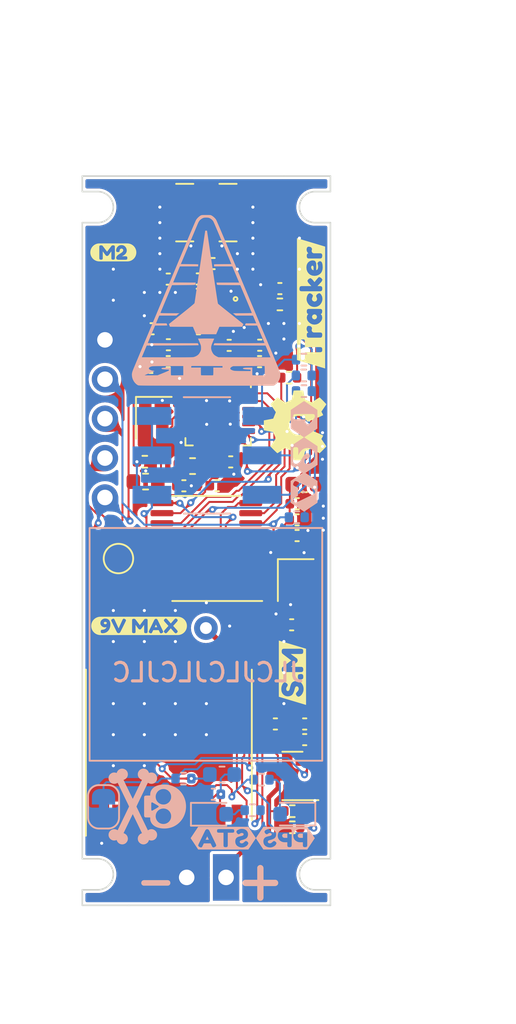
<source format=kicad_pcb>
(kicad_pcb (version 20221018) (generator pcbnew)
  (title_block (title "Tracker") (date "2023-02-07") (rev "1") (company "Polskie Towarzystwo Rakietowe") (comment 1 "bartekM, FlyingBanana, Kretu, Red Labs, karmelek, U.S. air force i inni"))
  (layers (0 "F.Cu" signal) (31 "B.Cu" signal) (34 "B.Paste" user) (35 "F.Paste" user) (36 "B.SilkS" user "B.Silkscreen") (37 "F.SilkS" user "F.Silkscreen") (38 "B.Mask" user) (39 "F.Mask" user) (44 "Edge.Cuts" user))
  (net 0 "")
  (net 1 "Net-(AE1-A)")
  (net 2 "+BATT")
  (net 3 "GND")
  (net 4 "Net-(U1-VREG)")
  (net 5 "Net-(U3-VDD{slash}VDDA)")
  (net 6 "Net-(U1-VR_PA)")
  (net 7 "+3V3")
  (net 8 "Net-(U1-RFI_P)")
  (net 9 "Net-(U4-V_BACKUP)")
  (net 10 "Net-(U1-RFI_N)")
  (net 11 "Net-(U5-RF2)")
  (net 12 "Net-(U1-RFO)")
  (net 13 "Net-(U5-RF1)")
  (net 14 "/Lora RF/3v3_lora")
  (net 15 "Net-(U5-RFC)")
  (net 16 "SPI1_MISO")
  (net 17 "SPI1_MOSI")
  (net 18 "SPI1_SCK")
  (net 19 "SPI1_SEL")
  (net 20 "Net-(J1-In)")
  (net 21 "XOUT")
  (net 22 "Net-(C13-Pad2)")
  (net 23 "Net-(U5-VCTL)")
  (net 24 "SWCLK")
  (net 25 "SWDIO")
  (net 26 "NRST")
  (net 27 "/Lora RF/XTA")
  (net 28 "USART1_RX")
  (net 29 "XIN")
  (net 30 "ADC_IN3")
  (net 31 "/Lora RF/XTB")
  (net 32 "USART1_TX")
  (net 33 "Net-(D1-A)")
  (net 34 "Net-(D2-A)")
  (net 35 "Net-(U1-DCC_SW)")
  (net 36 "Net-(U4-TIMEMARK)")
  (net 37 "Net-(U3-PA0)")
  (net 40 "PA4_INPUT")
  (net 41 "Net-(C20-Pad1)")
  (net 42 "Net-(C22-Pad2)")
  (net 43 "/Lora RF/CTL")
  (net 44 "Net-(R1-Pad2)")
  (net 45 "Net-(R2-Pad2)")
  (net 46 "Net-(R3-Pad2)")
  (net 47 "PA12")
  (net 48 "ADC_IN5")
  (net 49 "PA1_INPUT")
  (net 50 "PA2_INPUT")
  (footprint "Connector_Coaxial:SMA_Samtec_SMA-J-P-X-ST-EM1_EdgeMount" (layer "F.Cu") (at 152 84.5 180)
    (fp_text reference "J1")
    (fp_text value "Conn_Coaxial")
  )
  (footprint "Capacitor_SMD:C_0402_1005Metric" (layer "F.Cu") (at 158.34 118.32 180)
    (fp_text reference "C7")
    (fp_text value "1uF")
  )
  (footprint "Capacitor_SMD:C_0402_1005Metric" (layer "F.Cu") (at 148.5 91.84)
    (fp_text reference "C19")
    (fp_text value "18pF")
  )
  (footprint "Capacitor_SMD:C_0402_1005Metric" (layer "F.Cu") (at 157.85 105.17)
    (fp_text reference "C17")
    (fp_text value "20pF")
  )
  (footprint "Resistor_SMD:R_0402_1005Metric" (layer "F.Cu") (at 157.54 123.97 180)
    (fp_text reference "R9")
    (fp_text value "50k")
  )
  (footprint "Inductor_SMD:L_0603_1608Metric" (layer "F.Cu") (at 158.32 101.86 180)
    (fp_text reference "FB1")
    (fp_text value "200mA")
  )
  (footprint "Capacitor_SMD:C_0402_1005Metric" (layer "F.Cu") (at 152.7 101.95)
    (fp_text reference "C16")
    (fp_text value "100nF")
  )
  (footprint "kibuzzard-640F0FCE" (layer "F.Cu") (at 157.55 114.01 90)
    (fp_text reference "kibuzzard-640F0FCE" hide)
    (fp_text value "G***" hide)
  )
  (footprint "Capacitor_SMD:C_0402_1005Metric" (layer "F.Cu") (at 153.47 92.91)
    (fp_text reference "C11")
    (fp_text value "4.7pF")
  )
  (footprint "Resistor_SMD:R_0402_1005Metric" (layer "F.Cu") (at 157.54 122.93)
    (fp_text reference "R7")
    (fp_text value "100k")
  )
  (footprint "Crystal:Crystal_SMD_2016-4Pin_2.0x1.6mm" (layer "F.Cu") (at 148.61 97.58 -90)
    (fp_text reference "Y1")
    (fp_text value "NX2016SA-32MHZ-STD-CZS-5")
  )
  (footprint "Capacitor_SMD:C_0402_1005Metric" (layer "F.Cu") (at 151.49 91.84 180)
    (fp_text reference "C13")
    (fp_text value "3.3pF")
  )
  (footprint "Capacitor_SMD:C_0402_1005Metric" (layer "F.Cu") (at 156.45 117.31)
    (fp_text reference "C2")
    (fp_text value "1uF")
  )
  (footprint "Inductor_SMD:L_0603_1608Metric" (layer "F.Cu") (at 148.08 101.69)
    (fp_text reference "FB3")
    (fp_text value "200mA")
  )
  (footprint "Capacitor_SMD:C_0402_1005Metric" (layer "F.Cu") (at 149.55 92.87 180)
    (fp_text reference "C4")
    (fp_text value "100pF")
  )
  (footprint "Package_SO:TSSOP-20_4.4x6.5mm_P0.65mm" (layer "F.Cu") (at 152 106 180)
    (fp_text reference "U3")
    (fp_text value "STM32G030F6P6")
  )
  (footprint "Capacitor_SMD:C_0402_1005Metric" (layer "F.Cu") (at 155.44 92.9 180)
    (fp_text reference "C12")
    (fp_text value "1pF")
  )
  (footprint "Crystal:Crystal_SMD_2016-4Pin_2.0x1.6mm" (layer "F.Cu") (at 157.76 108.04 -90)
    (fp_text reference "Y2")
    (fp_text value "NX2016SA-32MHZ-STD-CZS-5")
  )
  (footprint "Resistor_SMD:R_0402_1005Metric" (layer "F.Cu") (at 156.74 90.27 180)
    (fp_text reference "R5")
    (fp_text value "100R")
  )
  (footprint "Capacitor_SMD:C_0402_1005Metric" (layer "F.Cu") (at 148.42 95.05 180)
    (fp_text reference "C14")
    (fp_text value "100nF")
  )
  (footprint "TestPoint:TestPoint_Pad_D1.5mm" (layer "F.Cu") (at 146.33 106.65)
    (fp_text reference "TP1")
    (fp_text value "TestPoint")
  )
  (footprint "Capacitor_SMD:C_0402_1005Metric" (layer "F.Cu") (at 157.5 110.92 180)
    (fp_text reference "C18")
    (fp_text value "20pF")
  )
  (footprint "Inductor_SMD:L_0402_1005Metric" (layer "F.Cu") (at 151.51 93.97)
    (fp_text reference "L2")
    (fp_text value "68nH")
  )
  (footprint "kibuzzard-645B4E9C" (layer "F.Cu") (at 146 86.92)
    (fp_text reference "kibuzzard-645B4E9C" hide)
    (fp_text value "G***" hide)
  )
  (footprint "Capacitor_SMD:C_0402_1005Metric" (layer "F.Cu") (at 153.57 100.42)
    (fp_text reference "C15")
    (fp_text value "100nF")
  )
  (footprint "Inductor_SMD:L_0402_1005Metric" (layer "F.Cu") (at 150.5 87.64)
    (fp_text reference "L6")
    (fp_text value "0R")
  )
  (footprint "Capacitor_SMD:C_0402_1005Metric" (layer "F.Cu") (at 155.43 93.96 180)
    (fp_text reference "C9")
    (fp_text value "3.3pF")
  )
  (footprint "Capacitor_SMD:C_0402_1005Metric" (layer "F.Cu") (at 157.85 104.155)
    (fp_text reference "C3")
    (fp_text value "4.7uF")
  )
  (footprint "Package_DFN_QFN:QFN-24-1EP_4x4mm_P0.5mm_EP2.7x2.7mm" (layer "F.Cu") (at 152.76 97.25)
    (fp_text reference "U1")
    (fp_text value "SX1262")
  )
  (footprint "Inductor_SMD:L_0402_1005Metric" (layer "F.Cu") (at 149.48 90.82)
    (fp_text reference "L5")
    (fp_text value "15nH")
  )
  (footprint "Capacitor_SMD:C_0402_1005Metric" (layer "F.Cu") (at 150.55 101.96)
    (fp_text reference "C1")
    (fp_text value "470nF")
  )
  (footprint "Capacitor_SMD:C_0402_1005Metric" (layer "F.Cu") (at 151.48 89.62)
    (fp_text reference "C26")
    (fp_text value "100nF")
  )
  (footprint "Resistor_SMD:R_0402_1005Metric" (layer "F.Cu") (at 157.34 94.99 180)
    (fp_text reference "R4")
    (fp_text value "10k")
  )
  (footprint "Capacitor_SMD:C_0402_1005Metric" (layer "F.Cu") (at 149.54 93.96 180)
    (fp_text reference "C8")
    (fp_text value "22nF")
  )
  (footprint "kibuzzard-64020663" (layer "F.Cu") (at 147.66 110.99)
    (fp_text reference "kibuzzard-64020663" hide)
    (fp_text value "G***" hide)
  )
  (footprint "Inductor_SMD:L_0402_1005Metric" (layer "F.Cu") (at 153.48 93.97)
    (fp_text reference "L3")
    (fp_text value "33nH")
  )
  (footprint "kibuzzard-640F1272" (layer "F.Cu") (at 158.75 90.2 90)
    (fp_text reference "kibuzzard-640F1272" hide)
    (fp_text value "G***" hide)
  )
  (footprint "Capacitor_SMD:C_0402_1005Metric" (layer "F.Cu") (at 151.49 90.81)
    (fp_text reference "C20")
    (fp_text value "100pF")
  )
  (footprint "stanley_footprints:QFN_6_1x1mm" (layer "F.Cu") (at 154.56 90.55)
    (fp_text reference "U5")
    (fp_text value "SKY13453-385LF")
  )
  (footprint "Resistor_SMD:R_0402_1005Metric" (layer "F.Cu") (at 148.03 100.41)
    (fp_text reference "R11")
    (fp_text value "50k")
  )
  (footprint "Package_TO_SOT_SMD:SOT-23" (layer "F.Cu") (at 157.55 120.66 180)
    (fp_text reference "U2")
    (fp_text value "AP2210N-3.3TRG1")
  )
  (footprint "RF_GPS:SIM28ML" (layer "F.Cu") (at 149.58 118.66 90)
    (fp_text reference "U4")
    (fp_text value "SIM28ML")
  )
  (footprint "stanley_footprints:sturdy_2.54_battery" (layer "F.Cu") (at 152 127.2 180)
    (fp_text reference "BT1")
    (fp_text value "Battery")
  )
  (footprint "Capacitor_SMD:C_0402_1005Metric" (layer "F.Cu") (at 151.48 88.63 180)
    (fp_text reference "C22")
    (fp_text value "33pF")
  )
  (footprint "Inductor_SMD:L_0603_1608Metric" (layer "F.Cu") (at 151.11 100.69 180)
    (fp_text reference "L1")
    (fp_text value "15uH")
  )
  (footprint "Capacitor_SMD:C_0402_1005Metric" (layer "F.Cu") (at 158.34 117.31 180)
    (fp_text reference "C5")
    (fp_text value "1uF")
  )
  (footprint "Capacitor_SMD:C_0402_1005Metric" (layer "F.Cu") (at 156.74 89.25 180)
    (fp_text reference "C25")
    (fp_text value "100nF")
  )
  (footprint "Capacitor_SMD:C_0402_1005Metric" (layer "F.Cu") (at 152.43 87.64 180)
    (fp_text reference "C24")
    (fp_text value "TBD")
  )
  (footprint "Capacitor_SMD:C_0402_1005Metric" (layer "F.Cu") (at 149.54 88.64)
    (fp_text reference "C23")
    (fp_text value "TBD")
  )
  (footprint "Capacitor_SMD:C_0402_1005Metric" (layer "F.Cu") (at 153.01 91.28 90)
    (fp_text reference "C21")
    (fp_text value "15pF")
  )
  (footprint "Capacitor_SMD:C_0402_1005Metric" (layer "F.Cu") (at 157.86 103.115)
    (fp_text reference "C6")
    (fp_text value "100nF")
  )
  (footprint "Symbol:OSHW-Logo_5.7x6mm_SilkScreen" (layer "F.Cu") (at 158.72 98.07 90)
    (fp_text reference "REF**" hide)
    (fp_text value "OSHW-Logo_5.7x6mm_SilkScreen" hide)
  )
  (footprint "Inductor_SMD:L_0402_1005Metric" (layer "F.Cu") (at 151.51 92.89 180)
    (fp_text reference "L4")
    (fp_text value "3.9nH")
  )
  (footprint "kibuzzard-63C2A895" (layer "B.Cu") (at 158.3 100.01 90)
    (fp_text reference "kibuzzard-63C2A895" hide)
    (fp_text value "G***" hide)
  )
  (footprint "LED_SMD:LED_0603_1608Metric" (layer "B.Cu") (at 152.49 123.13)
    (fp_text reference "D2")
    (fp_text value "LED")
  )
  (footprint "Resistor_SMD:R_0402_1005Metric" (layer "B.Cu") (at 158.29 93.83 180)
    (fp_text reference "R1")
    (fp_text value "50k")
  )
  (footprint "Jumper:SolderJumper-2_P1.3mm_Bridged_RoundedPad1.0x1.5mm" (layer "B.Cu") (at 145.37 122.65 90)
    (fp_text reference "JP1")
    (fp_text value "SolderJumper_2_Bridged")
  )
  (footprint "Resistor_SMD:R_0402_1005Metric" (layer "B.Cu") (at 154.98 122.87 180)
    (fp_text reference "R10")
    (fp_text value "1k")
  )
  (footprint "Connector_PinHeader_2.54mm:PinHeader_1x05_P2.54mm_Vertical" (layer "B.Cu") (at 145.46 92.555 180)
    (fp_text reference "J2")
    (fp_text value "Conn_01x05_Male")
  )
  (footprint "stanley_footprints:skull_5" (layer "B.Cu") (at 148.19 122.63 90)
    (fp_text reference "G***")
    (fp_text value "LOGO" hide)
  )
  (footprint "Resistor_SMD:R_0402_1005Metric" (layer "B.Cu") (at 150.52 120.83 180)
    (fp_text reference "R6")
    (fp_text value "10k")
  )
  (footprint "kibuzzard-63C2A8A3" (layer "B.Cu") (at 158.3 97.67 90)
    (fp_text reference "kibuzzard-63C2A8A3" hide)
    (fp_text value "G***" hide)
  )
  (footprint "Inductor_SMD:L_0603_1608Metric" (layer "B.Cu") (at 153.01 120.57)
    (fp_text reference "FB2")
    (fp_text value "200mA")
  )
  (footprint "Resistor_SMD:R_0402_1005Metric" (layer "B.Cu") (at 157.83 103.99 180)
    (fp_text reference "R12")
    (fp_text value "10k")
  )
  (footprint "stanley_footprints:ESD103EZ" (layer "B.Cu") (at 152.04 100 -90)
    (fp_text reference "SW1")
    (fp_text value "SW_DIP_x03")
  )
  (footprint "stanley_footprints:ANT1575-1540D" (layer "B.Cu") (at 151.97 112.18 180)
    (fp_text reference "AE1")
    (fp_text value "Antenna")
  )
  (footprint "Capacitor_SMD:C_0402_1005Metric" (layer "B.Cu") (at 152.45 121.84 180)
    (fp_text reference "C10")
    (fp_text value "100nF")
  )
  (footprint "Resistor_SMD:R_0402_1005Metric" (layer "B.Cu") (at 158.28 94.85 180)
    (fp_text reference "R2")
    (fp_text value "10k")
  )
  (footprint "stanley_footprints:ptr_logo_11" (layer "B.Cu") (at 152 90 180)
    (fp_text reference "G***")
    (fp_text value "LOGO" hide)
  )
  (footprint "kibuzzard-64010430" (layer "B.Cu") (at 153.09 124.67 180)
    (fp_text reference "kibuzzard-64010430" hide)
    (fp_text value "G***" hide)
  )
  (footprint "kibuzzard-640103E4" (layer "B.Cu") (at 157.09 124.67 180)
    (fp_text reference "kibuzzard-640103E4" hide)
    (fp_text value "G***" hide)
  )
  (footprint "Resistor_SMD:R_0402_1005Metric" (layer "B.Cu") (at 158.29 95.86 180)
    (fp_text reference "R3")
    (fp_text value "5k")
  )
  (footprint "Resistor_SMD:R_0402_1005Metric" (layer "B.Cu") (at 155.56 120.9)
    (fp_text reference "R8")
    (fp_text value "1k")
  )
  (footprint "LED_SMD:LED_0603_1608Metric" (layer "B.Cu") (at 157.54 123.12 180)
    (fp_text reference "D1")
    (fp_text value "LED")
  )
  (footprint "kibuzzard-6408E8C9" (layer "B.Cu") (at 158.3 102.35 90)
    (fp_text reference "kibuzzard-6408E8C9" hide)
    (fp_text value "G***" hide)
  )
  (gr_line (start 157 129) (end 147 129) (stroke (width 0.1)) (layer "Edge.Cuts"))
  (gr_line (start 144 126) (end 144 85) (stroke (width 0.1)) (layer "Edge.Cuts"))
  (gr_line (start 160 85) (end 160 126) (stroke (width 0.1)) (layer "Edge.Cuts"))
  (gr_line (start 145 126) (end 144 126) (stroke (width 0.1)) (layer "Edge.Cuts"))
  (gr_line (start 160 129) (end 160 128) (stroke (width 0.1)) (layer "Edge.Cuts"))
  (gr_line (start 144 129) (end 147 129) (stroke (width 0.1)) (layer "Edge.Cuts"))
  (gr_line (start 160 126) (end 159 126) (stroke (width 0.1)) (layer "Edge.Cuts"))
  (gr_arc (start 159 128) (mid 158 127) (end 159 126) (stroke (width 0.1)) (layer "Edge.Cuts"))
  (gr_line (start 144 128) (end 145 128) (stroke (width 0.1)) (layer "Edge.Cuts"))
  (gr_line (start 144 83) (end 145 83) (stroke (width 0.1)) (layer "Edge.Cuts"))
  (gr_line (start 160 83) (end 159 83) (stroke (width 0.1)) (layer "Edge.Cuts"))
  (gr_line (start 144 83) (end 144 82) (stroke (width 0.1)) (layer "Edge.Cuts"))
  (gr_line (start 157 82) (end 147 82) (stroke (width 0.1)) (layer "Edge.Cuts"))
  (gr_arc (start 145 83) (mid 146 84) (end 145 85) (stroke (width 0.1)) (layer "Edge.Cuts"))
  (gr_arc (start 159 85) (mid 158 84) (end 159 83) (stroke (width 0.1)) (layer "Edge.Cuts"))
  (gr_line (start 145 85) (end 144 85) (stroke (width 0.1)) (layer "Edge.Cuts"))
  (gr_line (start 159 85) (end 160 85) (stroke (width 0.1)) (layer "Edge.Cuts"))
  (gr_line (start 159 128) (end 160 128) (stroke (width 0.1)) (layer "Edge.Cuts"))
  (gr_line (start 144 128) (end 144 129) (stroke (width 0.1)) (layer "Edge.Cuts"))
  (gr_arc (start 145 126) (mid 146 127) (end 145 128) (stroke (width 0.1)) (layer "Edge.Cuts"))
  (gr_line (start 157 129) (end 160 129) (stroke (width 0.1)) (layer "Edge.Cuts"))
  (gr_line (start 144 82) (end 147 82) (stroke (width 0.1)) (layer "Edge.Cuts"))
  (gr_line (start 157 82) (end 160 82) (stroke (width 0.1)) (layer "Edge.Cuts"))
  (gr_line (start 160 82) (end 160 83) (stroke (width 0.1)) (layer "Edge.Cuts"))
  (gr_text "-" (at 148.74 127.41) (layer "B.SilkS") (effects (font (size 2 2) (thickness 0.35)) (justify mirror)))
  (gr_text "+" (at 155.48 127.37) (layer "B.SilkS") (effects (font (size 2.5 2.5) (thickness 0.4)) (justify mirror)))
  (gr_text "JLCJLCJLCJLC" (at 152.09 113.99) (layer "B.SilkS") (effects (font (size 1.2 1.2) (thickness 0.2)) (justify mirror)))
  (gr_text "-" (at 148.74 127.41) (layer "F.SilkS") (effects (font (size 2 2) (thickness 0.35))))
  (gr_text "+" (at 155.48 127.37) (layer "F.SilkS") (effects (font (size 2.5 2.5) (thickness 0.4))))
  (segment (start 152.88 112.04) (end 151.97 111.13) (width 0.35) (layer "F.Cu") (net 1))
  (segment (start 152.88 113.81) (end 152.88 112.04) (width 0.35) (layer "F.Cu") (net 1))
  (segment (start 154.876726 125.6005) (end 154.2295 125.6005) (width 0.3) (layer "F.Cu") (net 2))
  (segment (start 156.0235 124.453726) (end 154.876726 125.6005) (width 0.3) (layer "F.Cu") (net 2))
  (segment (start 156.0235 122.9065) (end 156.0235 124.453726) (width 0.3) (layer "F.Cu") (net 2))
  (segment (start 156.0235 122.0365) (end 156.6125 121.4475) (width 0.3) (layer "F.Cu") (net 2))
  (segment (start 154.2295 125.6005) (end 154.03 125.8) (width 0.3) (layer "F.Cu") (net 2))
  (segment (start 156.6125 119.3425) (end 156.6125 120.66) (width 0.127) (layer "F.Cu") (net 2))
  (segment (start 155.97 118.7) (end 156.6125 119.3425) (width 0.127) (layer "F.Cu") (net 2))
  (segment (start 153.27 127.2) (end 153.277226 127.2) (width 0.3) (layer "F.Cu") (net 2))
  (segment (start 156.0235 122.9065) (end 156.0235 122.0365) (width 0.3) (layer "F.Cu") (net 2))
  (segment (start 156.047 122.93) (end 156.0235 122.9065) (width 0.127) (layer "F.Cu") (net 2))
  (segment (start 156.6125 121.4475) (end 156.6125 120.66) (width 0.3) (layer "F.Cu") (net 2))
  (segment (start 155.97 117.31) (end 155.97 118.7) (width 0.127) (layer "F.Cu") (net 2))
  (segment (start 157.03 122.93) (end 156.047 122.93) (width 0.127) (layer "F.Cu") (net 2))
  (via (at 148 112) (size 0.45) (drill 0.2) (layers "F.Cu" "B.Cu") (net 3))
  (via (at 150 116) (size 0.45) (drill 0.2) (layers "F.Cu" "B.Cu") (net 3))
  (via (at 150.37 99.17) (size 0.45) (drill 0.2) (layers "F.Cu" "B.Cu") (net 3))
  (via (at 153.74 92.01) (size 0.45) (drill 0.2) (layers "F.Cu" "B.Cu") (net 3))
  (via (at 150 118) (size 0.45) (drill 0.2) (layers "F.Cu" "B.Cu") (net 3))
  (via (at 157 116) (size 0.45) (drill 0.2) (layers "F.Cu" "B.Cu") (net 3))
  (via (at 152.02 98) (size 0.45) (drill 0.2) (layers "F.Cu" "B.Cu") (net 3))
  (via (at 155 84) (size 0.45) (drill 0.2) (layers "F.Cu" "B.Cu") (net 3))
  (via (at 157.43 109.62) (size 0.45) (drill 0.2) (layers "F.Cu" "B.Cu") (net 3))
  (via (at 158 88) (size 0.45) (drill 0.2) (layers "F.Cu" "B.Cu") (net 3))
  (via (at 152.01 96.47) (size 0.45) (drill 0.2) (layers "F.Cu" "B.Cu") (net 3))
  (via (at 155 88) (size 0.45) (drill 0.2) (layers "F.Cu" "B.Cu") (net 3))
  (via (at 148 120) (size 0.45) (drill 0.2) (layers "F.Cu" "B.Cu") (net 3))
  (via (at 159.54 103.27) (size 0.45) (drill 0.2) (layers "F.Cu" "B.Cu") (net 3))
  (via (at 155 86) (size 0.45) (drill 0.2) (layers "F.Cu" "B.Cu") (net 3))
  (via (at 157 91.5) (size 0.45) (drill 0.2) (layers "F.Cu" "B.Cu") (net 3))
  (via (at 157 114) (size 0.45) (drill 0.2) (layers "F.Cu" "B.Cu") (net 3))
  (via (at 149 87) (size 0.45) (drill 0.2) (layers "F.Cu" "B.Cu") (net 3))
  (via (at 149.16 96.460498) (size 0.45) (drill 0.2) (layers "F.Cu" "B.Cu") (net 3))
  (via (at 154.44 91.76) (size 0.45) (drill 0.2) (layers "F.Cu" "B.Cu") (net 3))
  (via (at 151 86.5) (size 0.45) (drill 0.2) (layers "F.Cu" "B.Cu") (net 3))
  (via (at 148 89.5) (size 0.45) (drill 0.2) (layers "F.Cu" "B.Cu") (net 3))
  (via (at 149 89.5) (size 0.45) (drill 0.2) (layers "F.Cu" "B.Cu") (net 3))
  (via (at 149 88) (size 0.45) (drill 0.2) (layers "F.Cu" "B.Cu") (net 3))
  (via (at 146 88) (size 0.45) (drill 0.2) (layers "F.Cu" "B.Cu") (net 3))
  (via (at 158 86) (size 0.45) (drill 0.2) (layers "F.Cu" "B.Cu") (net 3))
  (via (at 152 109.5) (size 0.45) (drill 0.2) (layers "F.Cu" "B.Cu") (net 3))
  (via (at 150 112) (size 0.45) (drill 0.2) (layers "F.Cu" "B.Cu") (net 3))
  (via (at 157 112) (size 0.45) (drill 0.2) (layers "F.Cu" "B.Cu") (net 3))
  (via (at 146 118) (size 0.45) (drill 0.2) (layers "F.Cu" "B.Cu") (net 3))
  (via (at 153.54 97.99) (size 0.45) (drill 0.2) (layers "F.Cu" "B.Cu") (net 3))
  (via (at 146 120) (size 0.45) (drill 0.2) (layers "F.Cu" "B.Cu") (net 3))
  (via (at 148 118) (size 0.45) (drill 0.2) (layers "F.Cu" "B.Cu") (net 3))
  (via (at 153 86.5) (size 0.45) (drill 0.2) (layers "F.Cu" "B.Cu") (net 3))
  (via (at 146 110) (size 0.45) (drill 0.2) (layers "F.Cu" "B.Cu") (net 3))
  (via (at 154 87) (size 0.45) (drill 0.2) (layers "F.Cu" "B.Cu") (net 3))
  (via (at 148.09 101) (size 0.45) (drill 0.2) (layers "F.Cu" "B.Cu") (net 3))
  (via (at 153.5 96.49) (size 0.45) (drill 0.2) (layers "F.Cu" "B.Cu") (net 3))
  (via (at 155 85) (size 0.45) (drill 0.2) (layers "F.Cu" "B.Cu") (net 3))
  (via (at 156 91.5) (size 0.45) (drill 0.2) (layers "F.Cu" "B.Cu") (net 3))
  (via (at 146 112) (size 0.45) (drill 0.2) (layers "F.Cu" "B.Cu") (net 3))
  (via (at 154 88) (size 0.45) (drill 0.2) (layers "F.Cu" "B.Cu") (net 3))
  (via (at 156.15 106.26) (size 0.45) (drill 0.2) (layers "F.Cu" "B.Cu") (net 3))
  (via (at 150 110) (size 0.45) (drill 0.2) (layers "F.Cu" "B.Cu") (net 3))
  (via (at 158 91.5) (size 0.45) (drill 0.2) (layers "F.Cu" "B.Cu") (net 3))
  (via (at 155 87) (size 0.45) (drill 0.2) (layers "F.Cu" "B.Cu") (net 3))
  (via (at 157 92.5) (size 0.45) (drill 0.2) (layers "F.Cu" "B.Cu") (net 3))
  (via (at 149 85) (size 0.45) (drill 0.2) (layers "F.Cu" "B.Cu") (net 3))
  (via (at 153.59 89.42) (size 0.45) (drill 0.2) (layers "F.Cu" "B.Cu") (net 3))
  (via (at 148 91) (size 0.45) (drill 0.2) (layers "F.Cu" "B.Cu") (net 3))
  (via (at 159.4865 100.25) (size 0.45) (drill 0.2) (layers "F.Cu" "B.Cu") (net 3))
  (via (at 152 118) (size 0.45) (drill 0.2) (layers "F.Cu" "B.Cu") (net 3))
  (via (at 148 116) (size 0.45) (drill 0.2) (layers "F.Cu" "B.Cu") (net 3))
  (via (at 153.5 111) (size 0.45) (drill 0.2) (layers "F.Cu" "B.Cu") (net 3))
  (via (at 155.5 89) (size 0.45) (drill 0.2) (layers "F.Cu" "B.Cu") (net 3))
  (via (at 146 116) (size 0.45) (drill 0.2) (layers "F.Cu" "B.Cu") (net 3))
  (via (at 153.77 101.2135) (size 0.45) (drill 0.2) (layers "F.Cu" "B.Cu") (net 3))
  (via (at 150 89.5) (size 0.45) (drill 0.2) (layers "F.Cu" "B.Cu") (net 3))
  (via (at 159.54 104.05) (size 0.45) (drill 0.2) (layers "F.Cu" "B.Cu") (net 3))
  (via (at 149 86) (size 0.45) (drill 0.2) (layers "F.Cu" "B.Cu") (net 3))
  (via (at 145.25 125) (size 0.45) (drill 0.2) (layers "F.Cu" "B.Cu") (net 3))
  (via (at 155.27 94.74) (size 0.45) (drill 0.2) (layers "F.Cu" "B.Cu") (net 3))
  (via (at 152 116) (size 0.45) (drill 0.2) (layers "F.Cu" "B.Cu") (net 3))
  (via (at 156.48 93.41) (size 0.45) (drill 0.2) (layers "F.Cu" "B.Cu") (net 3))
  (via (at 159 122.25) (size 0.45) (drill 0.2) (layers "F.Cu" "B.Cu") (net 3))
  (via (at 150.27 95.04) (size 0.45) (drill 0.2) (layers "F.Cu" "B.Cu") (net 3))
  (via (at 148.48 92.87) (size 0.45) (drill 0.2) (layers "F.Cu" "B.Cu") (net 3))
  (via (at 159.54 104.82) (size 0.45) (drill 0.2) (layers "F.Cu" "B.Cu") (net 3))
  (via (at 158.55 104.84) (size 0.45) (drill 0.2) (layers "F.Cu" "B.Cu") (net 3))
  (via (at 159.49 98.54) (size 0.45) (drill 0.2) (layers "F.Cu" "B.Cu") (net 3))
  (via (at 149 84) (size 0.45) (drill 0.2) (layers "F.Cu" "B.Cu") (net 3))
  (via (at 156.49 110.22) (size 0.45) (drill 0.2) (layers "F.Cu" "B.Cu") (net 3))
  (via (at 158.3 106.27) (size 0.45) (drill 0.2) (layers "F.Cu" "B.Cu") (net 3))
  (via (at 148.49 93.98) (size 0.45) (drill 0.2) (layers "F.Cu" "B.Cu") (net 3))
  (via (at 148 110) (size 0.45) (drill 0.2) (layers "F.Cu" "B.Cu") (net 3))
  (via (at 147.72 94.28) (size 0.45) (drill 0.2) (layers "F.Cu" "B.Cu") (net 3))
  (via (at 151.03 101.96) (size 0.45) (drill 0.2) (layers "F.Cu" "B.Cu") (net 3))
  (via (at 159.49 99.42) (size 0.45) (drill 0.2) (layers "F.Cu" "B.Cu") (net 3))
  (via (at 146 90) (size 0.45) (drill 0.2) (layers "F.Cu" "B.Cu") (net 3))
  (segment (start 150.3225 100.69) (end 150.3225 100.0475) (width 0.127) (layer "F.Cu") (net 4))
  (segment (start 150.3225 100.0475) (end 151.1575 99.2125) (width 0.127) (layer "F.Cu") (net 4))
  (segment (start 151.1575 99.2125) (end 151.51 99.2125) (width 0.127) (layer "F.Cu") (net 4))
  (segment (start 157.37 103.125) (end 157.38 103.115) (width 0.127) (layer "F.Cu") (net 5))
  (segment (start 157.385 103.11) (end 157.38 103.115) (width 0.127) (layer "F.Cu") (net 5))
  (segment (start 156.195 106.975) (end 156.659 106.511) (width 0.127) (layer "F.Cu") (net 5))
  (segment (start 156.659 106.511) (end 156.659 104.866) (width 0.127) (layer "F.Cu") (net 5))
  (segment (start 157.385 102.025) (end 157.385 103.11) (width 0.127) (layer "F.Cu") (net 5))
  (segment (start 157.37 104.155) (end 157.37 103.125) (width 0.127) (layer "F.Cu") (net 5))
  (segment (start 156.659 104.866) (end 157.37 104.155) (width 0.127) (layer "F.Cu") (net 5))
  (segment (start 154.8625 106.975) (end 156.195 106.975) (width 0.127) (layer "F.Cu") (net 5))
  (segment (start 151.025 95.095) (end 151.2175 95.2875) (width 0.35) (layer "F.Cu") (net 6))
  (segment (start 151.025 93.97) (end 151.025 95.095) (width 0.35) (layer "F.Cu") (net 6))
  (segment (start 150.03 93.95) (end 150.02 93.96) (width 0.35) (layer "F.Cu") (net 6))
  (segment (start 151.2175 95.2875) (end 151.46 95.2875) (width 0.35) (layer "F.Cu") (net 6))
  (segment (start 150.03 93.97) (end 150.02 93.96) (width 0.35) (layer "F.Cu") (net 6))
  (segment (start 150.03 92.87) (end 150.03 93.95) (width 0.35) (layer "F.Cu") (net 6))
  (segment (start 151.025 93.97) (end 150.03 93.97) (width 0.35) (layer "F.Cu") (net 6))
  (segment (start 151.03 120.83) (end 149.78 120.83) (width 0.127) (layer "F.Cu") (net 7))
  (segment (start 147.04 101.69) (end 146.982569 101.632569) (width 0.127) (layer "F.Cu") (net 7))
  (segment (start 146.982569 90.857431) (end 146.982569 101.632569) (width 0.127) (layer "F.Cu") (net 7))
  (segment (start 153.72 90.3) (end 153.04 89.62) (width 0.127) (layer "F.Cu") (net 7))
  (segment (start 153.04 89.62) (end 151.96 89.62) (width 0.127) (layer "F.Cu") (net 7))
  (segment (start 158.82 110.94) (end 159.0475 110.7125) (width 0.127) (layer "F.Cu") (net 7))
  (segment (start 158.82 118.32) (end 158.82 117.31) (width 0.127) (layer "F.Cu") (net 7))
  (segment (start 146.982569 101.632569) (end 146.982569 104.138051) (width 0.127) (layer "F.Cu") (net 7))
  (segment (start 151.96 90.03) (end 151.78 90.21) (width 0.127) (layer "F.Cu") (net 7))
  (segment (start 147.2925 101.69) (end 147.04 101.69) (width 0.127) (layer "F.Cu") (net 7))
  (segment (start 151.96 89.62) (end 151.96 90.03) (width 0.127) (layer "F.Cu") (net 7))
  (segment (start 144.516 115.566) (end 144.516 104.879319) (width 0.127) (layer "F.Cu") (net 7))
  (segment (start 147.63 90.21) (end 146.982569 90.857431) (width 0.127) (layer "F.Cu") (net 7))
  (segment (start 146.982569 104.138051) (end 147.082259 104.237741) (width 0.127) (layer "F.Cu") (net 7))
  (segment (start 157.85 93.07) (end 157.959931 92.960069) (width 0.127) (layer "F.Cu") (net 7))
  (segment (start 158.4875 120.4325) (end 158.33 120.59) (width 0.127) (layer "F.Cu") (net 7))
  (segment (start 157.85 94.99) (end 157.85 93.07) (width 0.127) (layer "F.Cu") (net 7))
  (segment (start 158.82 117.31) (end 158.82 110.94) (width 0.127) (layer "F.Cu") (net 7))
  (segment (start 149.78 120.83) (end 144.516 115.566) (width 0.127) (layer "F.Cu") (net 7))
  (segment (start 144.516 104.879319) (end 145.032 104.363319) (width 0.127) (layer "F.Cu") (net 7))
  (segment (start 158.82 119.61) (end 158.82 118.32) (width 0.127) (layer "F.Cu") (net 7))
  (segment (start 158.72 119.71) (end 158.82 119.61) (width 0.127) (layer "F.Cu") (net 7))
  (segment (start 159.0475 110.7125) (end 159.0475 101.92) (width 0.127) (layer "F.Cu") (net 7))
  (segment (start 158.4875 119.71) (end 158.72 119.71) (width 0.127) (layer "F.Cu") (net 7))
  (segment (start 154.075 90.3) (end 153.72 90.3) (width 0.127) (layer "F.Cu") (net 7))
  (segment (start 158.4875 119.71) (end 158.4875 120.4325) (width 0.127) (layer "F.Cu") (net 7))
  (segment (start 151.78 90.21) (end 147.63 90.21) (width 0.127) (layer "F.Cu") (net 7))
  (segment (start 159.0475 101.92) (end 159.1075 101.86) (width 0.127) (layer "F.Cu") (net 7))
  (via (at 157.959931 92.960069) (size 0.45) (drill 0.2) (layers "F.Cu" "B.Cu") (net 7))
  (via (at 147.082259 104.237741) (size 0.45) (drill 0.2) (layers "F.Cu" "B.Cu") (net 7))
  (via (at 151.03 120.83) (size 0.45) (drill 0.2) (layers "F.Cu" "B.Cu") (net 7))
  (via (at 145.032 104.363319) (size 0.45) (drill 0.2) (layers "F.Cu" "B.Cu") (net 7))
  (via (at 158.981293 102.051293) (size 0.45) (drill 0.2) (layers "F.Cu" "B.Cu") (net 7))
  (via (at 149.15 120.2) (size 0.45) (drill 0.2) (layers "F.Cu" "B.Cu") (net 7))
  (via (at 158.33 120.59) (size 0.45) (drill 0.2) (layers "F.Cu" "B.Cu") (net 7))
  (segment (start 149.15 120.2) (end 149.447 119.903) (width 0.127) (layer "B.Cu") (net 7))
  (segment (start 146.982741 104.237741) (end 147.082259 104.237741) (width 0.127) (layer "B.Cu") (net 7))
  (segment (start 158.981293 102.051293) (end 158.9985 102.034086) (width 0.127) (layer "B.Cu") (net 7))
  (segment (start 158.8 93.17) (end 158.8 93.83) (width 0.127) (layer "B.Cu") (net 7))
  (segment (start 158.9985 102.034086) (end 158.9985 96.0585) (width 0.127) (layer "B.Cu") (net 7))
  (segment (start 158.79 94.85) (end 158.79 93.84) (width 0.127) (layer "B.Cu") (net 7))
  (segment (start 158.8 94.86) (end 158.79 94.85) (width 0.127) (layer "B.Cu") (net 7))
  (segment (start 158.9985 96.0585) (end 158.8 95.86) (width 0.127) (layer "B.Cu") (net 7))
  (segment (start 157.2445 119.5045) (end 158.33 120.59) (width 0.127) (layer "B.Cu") (net 7))
  (segment (start 151.668548 119.5045) (end 157.2445 119.5045) (width 0.127) (layer "B.Cu") (net 7))
  (segment (start 158.34 103.37) (end 158.34 103.99) (width 0.127) (layer "B.Cu") (net 7))
  (segment (start 151.9625 120.83) (end 151.03 120.83) (width 0.127) (layer "B.Cu") (net 7))
  (segment (start 145.032 104.363319) (end 145.032 103.143) (width 0.127) (layer "B.Cu") (net 7))
  (segment (start 152.2225 120.57) (end 151.9625 120.83) (width 0.127) (layer "B.Cu") (net 7))
  (segment (start 158.590069 92.960069) (end 158.8 93.17) (width 0.127) (layer "B.Cu") (net 7))
  (segment (start 145.46 102.715) (end 146.982741 104.237741) (width 0.127) (layer "B.Cu") (net 7))
  (segment (start 158.79 93.84) (end 158.8 93.83) (width 0.127) (layer "B.Cu") (net 7))
  (segment (start 145.032 103.143) (end 145.46 102.715) (width 0.127) (layer "B.Cu") (net 7))
  (segment (start 157.959931 92.960069) (end 158.590069 92.960069) (width 0.127) (layer "B.Cu") (net 7))
  (segment (start 151.270048 119.903) (end 151.668548 119.5045) (width 0.127) (layer "B.Cu") (net 7))
  (segment (start 158.981293 102.728707) (end 158.34 103.37) (width 0.127) (layer "B.Cu") (net 7))
  (segment (start 149.447 119.903) (end 151.270048 119.903) (width 0.127) (layer "B.Cu") (net 7))
  (segment (start 158.8 95.86) (end 158.8 94.86) (width 0.127) (layer "B.Cu") (net 7))
  (segment (start 158.981293 102.051293) (end 158.981293 102.728707) (width 0.127) (layer "B.Cu") (net 7))
  (segment (start 153.975 93.96) (end 153.965 93.97) (width 0.35) (layer "F.Cu") (net 8))
  (segment (start 153.82 94.51) (end 153.965 94.365) (width 0.127) (layer "F.Cu") (net 8))
  (segment (start 153.356242 94.51) (end 153.82 94.51) (width 0.127) (layer "F.Cu") (net 8))
  (segment (start 154.95 93.96) (end 153.975 93.96) (width 0.35) (layer "F.Cu") (net 8))
  (segment (start 153.01 94.856242) (end 153.356242 94.51) (width 0.127) (layer "F.Cu") (net 8))
  (segment (start 153.01 95.2875) (end 153.01 94.856242) (width 0.127) (layer "F.Cu") (net 8))
  (segment (start 153.965 94.365) (end 153.965 93.97) (width 0.127) (layer "F.Cu") (net 8))
  (segment (start 152.41 122.1) (end 152.67 121.84) (width 0.127) (layer "F.Cu") (net 9))
  (segment (start 150.68 123.51) (end 150.68 122.28) (width 0.127) (layer "F.Cu") (net 9))
  (segment (start 152.88 121.89) (end 152.93 121.84) (width 0.127) (layer "F.Cu") (net 9))
  (segment (start 152.67 121.84) (end 152.93 121.84) (width 0.127) (layer "F.Cu") (net 9))
  (segment (start 150.86 122.1) (end 152.41 122.1) (width 0.127) (layer "F.Cu") (net 9))
  (segment (start 150.68 122.28) (end 150.86 122.1) (width 0.127) (layer "F.Cu") (net 9))
  (segment (start 152.88 123.51) (end 152.88 121.89) (width 0.127) (layer "F.Cu") (net 9))
  (via (at 152.93 121.84) (size 0.45) (drill 0.2) (layers "F.Cu" "B.Cu") (net 9))
  (segment (start 152.93 120.83) (end 153.19 120.57) (width 0.127) (layer "B.Cu") (net 9))
  (segment (start 152.93 121.84) (end 152.93 120.83) (width 0.127) (layer "B.Cu") (net 9))
  (segment (start 153.19 120.57) (end 153.7975 120.57) (width 0.127) (layer "B.Cu") (net 9))
  (segment (start 152.995 92.915) (end 152.99 92.91) (width 0.35) (layer "F.Cu") (net 10))
  (segment (start 152.51 95.2875) (end 152.51 94.83) (width 0.127) (layer "F.Cu") (net 10))
  (segment (start 152.995 93.97) (end 152.995 92.915) (width 0.35) (layer "F.Cu") (net 10))
  (segment (start 152.995 94.345) (end 152.995 93.97) (width 0.127) (layer "F.Cu") (net 10))
  (segment (start 152.51 94.83) (end 152.995 94.345) (width 0.127) (layer "F.Cu") (net 10))
  (segment (start 155.045 90.8) (end 155.045 92.815) (width 0.35) (layer "F.Cu") (net 11))
  (segment (start 154.96 92.9) (end 153.96 92.9) (width 0.35) (layer "F.Cu") (net 11))
  (segment (start 155.045 92.815) (end 154.96 92.9) (width 0.35) (layer "F.Cu") (net 11))
  (segment (start 153.96 92.9) (end 153.95 92.91) (width 0.35) (layer "F.Cu") (net 11))
  (segment (start 151.995 93.97) (end 151.995 92.89) (width 0.35) (layer "F.Cu") (net 12))
  (segment (start 152.01 95.2875) (end 152.01 93.985) (width 0.35) (layer "F.Cu") (net 12))
  (segment (start 151.995 91.865) (end 151.97 91.84) (width 0.35) (layer "F.Cu") (net 12))
  (segment (start 152.01 93.985) (end 151.995 93.97) (width 0.35) (layer "F.Cu") (net 12))
  (segment (start 151.995 92.89) (end 151.995 91.865) (width 0.35) (layer "F.Cu") (net 12))
  (segment (start 153.01 90.8) (end 154.075 90.8) (width 0.35) (layer "F.Cu") (net 13))
  (segment (start 153 90.81) (end 153.01 90.8) (width 0.35) (layer "F.Cu") (net 13))
  (segment (start 151.97 90.81) (end 153 90.81) (width 0.35) (layer "F.Cu") (net 13))
  (segment (start 153.01 99.2125) (end 153.51 99.2125) (width 0.127) (layer "F.Cu") (net 14))
  (segment (start 153.01 99.2125) (end 153.01 100.34) (width 0.127) (layer "F.Cu") (net 14))
  (segment (start 150.31 96) (end 149.36 95.05) (width 0.127) (layer "F.Cu") (net 14))
  (segment (start 153.01 100.34) (end 153.09 100.42) (width 0.127) (layer "F.Cu") (net 14))
  (segment (start 148.9 95.47) (end 148.74 95.63) (width 0.127) (layer "F.Cu") (net 14))
  (segment (start 147.309569 99.479569) (end 147.6465 99.8165) (width 0.127) (layer "F.Cu") (net 14))
  (segment (start 152.22 101.61) (end 152.22 101.95) (width 0.127) (layer "F.Cu") (net 14))
  (segment (start 152.22 101.95) (end 151.921552 102.248448) (width 0.127) (layer "F.Cu") (net 14))
  (segment (start 152.7 101.47) (end 152.36 101.47) (width 0.127) (layer "F.Cu") (net 14))
  (segment (start 148.830064 99.8165) (end 149.0735 100.059936) (width 0.127) (layer "F.Cu") (net 14))
  (segment (start 147.6465 99.8165) (end 148.830064 99.8165) (width 0.127) (layer "F.Cu") (net 14))
  (segment (start 151.707552 102.56) (end 149.15 102.56) (width 0.127) (layer "F.Cu") (net 14))
  (segment (start 148.8675 102.2775) (end 148.8675 101.69) (width 0.127) (layer "F.Cu") (net 14))
  (segment (start 151.921552 102.346) (end 151.707552 102.56) (width 0.127) (layer "F.Cu") (net 14))
  (segment (start 153.09 100.42) (end 153.09 101.08) (width 0.127) (layer "F.Cu") (net 14))
  (segment (start 149.15 102.56) (end 148.8675 102.2775) (width 0.127) (layer "F.Cu") (net 14))
  (segment (start 149.36 95.05) (end 148.9 95.05) (width 0.127) (layer "F.Cu") (net 14))
  (segment (start 153.09 101.08) (end 152.7 101.47) (width 0.127) (layer "F.Cu") (net 14))
  (segment (start 151.921552 102.248448) (end 151.921552 102.346) (width 0.127) (layer "F.Cu") (net 14))
  (segment (start 149.0735 100.059936) (end 149.0735 101.484) (width 0.127) (layer "F.Cu") (net 14))
  (segment (start 152.36 101.47) (end 152.22 101.61) (width 0.127) (layer "F.Cu") (net 14))
  (segment (start 150.7975 96) (end 150.31 96) (width 0.127) (layer "F.Cu") (net 14))
  (segment (start 148.74 95.63) (end 147.66 95.63) (width 0.127) (layer "F.Cu") (net 14))
  (segment (start 148.9 95.05) (end 148.9 95.47) (width 0.127) (layer "F.Cu") (net 14))
  (segment (start 147.66 95.63) (end 147.309569 95.980431) (width 0.127) (layer "F.Cu") (net 14))
  (segment (start 149.0735 101.484) (end 148.8675 101.69) (width 0.127) (layer "F.Cu") (net 14))
  (segment (start 147.309569 95.980431) (end 147.309569 99.479569) (width 0.127) (layer "F.Cu") (net 14))
  (segment (start 151.96 88.63) (end 153.33 88.63) (width 0.35) (layer "F.Cu") (net 15))
  (arc (start 153.33 88.63) (mid 154.199741 88.990259) (end 154.56 89.86) (width 0.35) (layer "F.Cu") (net 15))
  (segment (start 156.06 100.307552) (end 154.083052 102.2845) (width 0.127) (layer "F.Cu") (net 16))
  (segment (start 154.7225 97) (end 155.39 97) (width 0.127) (layer "F.Cu") (net 16))
  (segment (start 155.39 97) (end 156.06 97.67) (width 0.127) (layer "F.Cu") (net 16))
  (segment (start 153.938985 102.2845) (end 153.550485 102.673) (width 0.127) (layer "F.Cu") (net 16))
  (segment (start 154.083052 102.2845) (end 153.938985 102.2845) (width 0.127) (layer "F.Cu") (net 16))
  (segment (start 150.355 104.375) (end 149.1375 104.375) (width 0.127) (layer "F.Cu") (net 16))
  (segment (start 152.057 102.673) (end 150.355 104.375) (width 0.127) (layer "F.Cu") (net 16))
  (segment (start 156.06 97.67) (end 156.06 100.307552) (width 0.127) (layer "F.Cu") (net 16))
  (segment (start 153.550485 102.673) (end 152.057 102.673) (width 0.127) (layer "F.Cu") (net 16))
  (segment (start 153.685933 103) (end 154.074433 102.6115) (width 0.127) (layer "F.Cu") (net 17))
  (segment (start 152.192448 103) (end 153.685933 103) (width 0.127) (layer "F.Cu") (net 17))
  (segment (start 156.387 100.443) (end 156.387 97.264552) (width 0.127) (layer "F.Cu") (net 17))
  (segment (start 149.1375 105.025) (end 150.167448 105.025) (width 0.127) (layer "F.Cu") (net 17))
  (segment (start 154.2185 102.6115) (end 156.387 100.443) (width 0.127) (layer "F.Cu") (net 17))
  (segment (start 155.622448 96.5) (end 154.7225 96.5) (width 0.127) (layer "F.Cu") (net 17))
  (segment (start 154.074433 102.6115) (end 154.2185 102.6115) (width 0.127) (layer "F.Cu") (net 17))
  (segment (start 150.167448 105.025) (end 152.192448 103) (width 0.127) (layer "F.Cu") (net 17))
  (segment (start 156.387 97.264552) (end 155.622448 96.5) (width 0.127) (layer "F.Cu") (net 17))
  (segment (start 156 101.540498) (end 156 101.294896) (width 0.127) (layer "F.Cu") (net 18))
  (segment (start 150.335844 103.725) (end 149.1375 103.725) (width 0.127) (layer "F.Cu") (net 18))
  (segment (start 150.989931 103.070913) (end 150.335844 103.725) (width 0.127) (layer "F.Cu") (net 18))
  (segment (start 156.714 100.580896) (end 156.714 96.784) (width 0.127) (layer "F.Cu") (net 18))
  (segment (start 156 101.294896) (end 156.714 100.580896) (width 0.127) (layer "F.Cu") (net 18))
  (segment (start 156.714 96.784) (end 155.93 96) (width 0.127) (layer "F.Cu") (net 18))
  (segment (start 150.989931 103.049931) (end 150.989931 103.070913) (width 0.127) (layer "F.Cu") (net 18))
  (segment (start 155.93 96) (end 154.7225 96) (width 0.127) (layer "F.Cu") (net 18))
  (via (at 150.989931 103.049931) (size 0.45) (drill 0.2) (layers "F.Cu" "B.Cu") (net 18))
  (via (at 156 101.540498) (size 0.45) (drill 0.2) (layers "F.Cu" "B.Cu") (net 18))
  (segment (start 155.838998 101.7015) (end 156 101.540498) (width 0.127) (layer "B.Cu") (net 18))
  (segment (start 152.338362 101.7015) (end 155.838998 101.7015) (width 0.127) (layer "B.Cu") (net 18))
  (segment (start 150.989931 103.049931) (end 152.338362 101.7015) (width 0.127) (layer "B.Cu") (net 18))
  (segment (start 152.163603 103.491293) (end 149.979896 105.675) (width 0.127) (layer "F.Cu") (net 19))
  (segment (start 155.5325 95.2875) (end 155.83 94.99) (width 0.127) (layer "F.Cu") (net 19))
  (segment (start 149.979896 105.675) (end 149.1375 105.675) (width 0.127) (layer "F.Cu") (net 19))
  (segment (start 152.391293 103.491293) (end 152.163603 103.491293) (width 0.127) (layer "F.Cu") (net 19))
  (segment (start 155.83 94.99) (end 156.83 94.99) (width 0.127) (layer "F.Cu") (net 19))
  (segment (start 156.83 96.437552) (end 156.83 94.99) (width 0.127) (layer "F.Cu") (net 19))
  (segment (start 154.01 95.2875) (end 155.5325 95.2875) (width 0.127) (layer "F.Cu") (net 19))
  (segment (start 157.912448 97.52) (end 156.83 96.437552) (width 0.127) (layer "F.Cu") (net 19))
  (segment (start 158.268 97.52) (end 157.912448 97.52) (width 0.127) (layer "F.Cu") (net 19))
  (via (at 152.391293 103.491293) (size 0.45) (drill 0.2) (layers "F.Cu" "B.Cu") (net 19))
  (via (at 158.268 97.52) (size 0.45) (drill 0.2) (layers "F.Cu" "B.Cu") (net 19))
  (segment (start 158.268 97.52) (end 158.6715 97.9235) (width 0.127) (layer "B.Cu") (net 19))
  (segment (start 158.6715 97.9235) (end 158.6715 101.670948) (width 0.127) (layer "B.Cu") (net 19))
  (segment (start 158.6715 101.670948) (end 156.963948 103.3785) (width 0.127) (layer "B.Cu") (net 19))
  (segment (start 156.963948 103.3785) (end 152.504086 103.3785) (width 0.127) (layer "B.Cu") (net 19))
  (segment (start 152.504086 103.3785) (end 152.391293 103.491293) (width 0.127) (layer "B.Cu") (net 19))
  (segment (start 151.95 87.64) (end 151.95 84.35) (width 0.35) (layer "F.Cu") (net 20))
  (segment (start 151.95 84.35) (end 152 84.3) (width 0.35) (layer "F.Cu") (net 20))
  (segment (start 150.985 87.64) (end 151.95 87.64) (width 0.35) (layer "F.Cu") (net 20))
  (segment (start 157.21 106.21) (end 157.21 107.34) (width 0.127) (layer "F.Cu") (net 21))
  (segment (start 156.46 107.34) (end 156.175 107.625) (width 0.127) (layer "F.Cu") (net 21))
  (segment (start 157.37 106.05) (end 157.21 106.21) (width 0.127) (layer "F.Cu") (net 21))
  (segment (start 157.21 107.34) (end 156.46 107.34) (width 0.127) (layer "F.Cu") (net 21))
  (segment (start 156.175 107.625) (end 154.8625 107.625) (width 0.127) (layer "F.Cu") (net 21))
  (segment (start 157.37 105.17) (end 157.37 106.05) (width 0.127) (layer "F.Cu") (net 21))
  (segment (start 148.98 90.835) (end 148.995 90.82) (width 0.35) (layer "F.Cu") (net 22))
  (segment (start 148.98 91.84) (end 148.98 90.835) (width 0.35) (layer "F.Cu") (net 22))
  (segment (start 151.01 91.84) (end 148.98 91.84) (width 0.35) (layer "F.Cu") (net 22))
  (segment (start 151.01 91.84) (end 151.01 92.875) (width 0.35) (layer "F.Cu") (net 22))
  (segment (start 151.01 92.875) (end 151.025 92.89) (width 0.35) (layer "F.Cu") (net 22))
  (segment (start 155.045 90.3) (end 156.2 90.3) (width 0.127) (layer "F.Cu") (net 23))
  (segment (start 156.23 90.27) (end 156.23 89.28) (width 0.127) (layer "F.Cu") (net 23))
  (segment (start 156.23 89.28) (end 156.26 89.25) (width 0.127) (layer "F.Cu") (net 23))
  (segment (start 149.1375 108.275) (end 145.625 108.275) (width 0.127) (layer "F.Cu") (net 24))
  (segment (start 144.3465 103.176227) (end 144.3465 101.2885) (width 0.127) (layer "F.Cu") (net 24))
  (segment (start 144.998773 103.8285) (end 144.3465 103.176227) (width 0.127) (layer "F.Cu") (net 24))
  (segment (start 145.625 108.275) (end 144.843 107.493) (width 0.127) (layer "F.Cu") (net 24))
  (segment (start 145.2685 103.8285) (end 144.998773 103.8285) (width 0.127) (layer "F.Cu") (net 24))
  (segment (start 145.52 104.08) (end 145.2685 103.8285) (width 0.127) (layer "F.Cu") (net 24))
  (segment (start 144.3465 101.2885) (end 145.46 100.175) (width 0.127) (layer "F.Cu") (net 24))
  (segment (start 144.843 105.454552) (end 145.52 104.777552) (width 0.127) (layer "F.Cu") (net 24))
  (segment (start 145.52 104.777552) (end 145.52 104.08) (width 0.127) (layer "F.Cu") (net 24))
  (segment (start 144.843 107.493) (end 144.843 105.454552) (width 0.127) (layer "F.Cu") (net 24))
  (segment (start 148.235 107.625) (end 147.912 107.948) (width 0.127) (layer "F.Cu") (net 25))
  (segment (start 149.1375 107.625) (end 148.235 107.625) (width 0.127) (layer "F.Cu") (net 25))
  (segment (start 145.760448 107.948) (end 145.17 107.357552) (width 0.127) (layer "F.Cu") (net 25))
  (segment (start 146.59 98.765) (end 145.46 97.635) (width 0.127) (layer "F.Cu") (net 25))
  (segment (start 145.17 107.357552) (end 145.17 105.59) (width 0.127) (layer "F.Cu") (net 25))
  (segment (start 145.17 105.59) (end 146.59 104.17) (width 0.127) (layer "F.Cu") (net 25))
  (segment (start 146.59 104.17) (end 146.59 98.765) (width 0.127) (layer "F.Cu") (net 25))
  (segment (start 147.912 107.948) (end 145.760448 107.948) (width 0.127) (layer "F.Cu") (net 25))
  (segment (start 155.855 105.675) (end 154.8625 105.675) (width 0.127) (layer "F.Cu") (net 26))
  (segment (start 156.332 104.421886) (end 156.332 105.198) (width 0.127) (layer "F.Cu") (net 26))
  (segment (start 156.332 105.198) (end 155.855 105.675) (width 0.127) (layer "F.Cu") (net 26))
  (via (at 156.332 104.421886) (size 0.45) (drill 0.2) (layers "F.Cu" "B.Cu") (net 26))
  (segment (start 156.763886 103.99) (end 156.332 104.421886) (width 0.127) (layer "B.Cu") (net 26))
  (segment (start 156.283886 104.47) (end 156.332 104.421886) (width 0.127) (layer "B.Cu") (net 26))
  (segment (start 145.405 95.095) (end 146.59 96.28) (width 0.127) (layer "B.Cu") (net 26))
  (segment (start 157.32 103.99) (end 156.763886 103.99) (width 0.127) (layer "B.Cu") (net 26))
  (segment (start 146.59 103.055344) (end 148.004656 104.47) (width 0.127) (layer "B.Cu") (net 26))
  (segment (start 148.004656 104.47) (end 156.283886 104.47) (width 0.127) (layer "B.Cu") (net 26))
  (segment (start 145.46 95.095) (end 145.405 95.095) (width 0.127) (layer "B.Cu") (net 26))
  (segment (start 146.59 96.28) (end 146.59 103.055344) (width 0.127) (layer "B.Cu") (net 26))
  (segment (start 148.418002 95.971998) (end 148.06 96.33) (width 0.127) (layer "F.Cu") (net 27))
  (segment (start 149.667446 95.971998) (end 148.418002 95.971998) (width 0.127) (layer "F.Cu") (net 27))
  (segment (start 149.92 96.224552) (end 149.667446 95.971998) (width 0.127) (layer "F.Cu") (net 27))
  (segment (start 150.7975 97) (end 150.12 97) (width 0.127) (layer "F.Cu") (net 27))
  (segment (start 148.06 96.33) (end 148.06 96.88) (width 0.127) (layer "F.Cu") (net 27))
  (segment (start 150.12 97) (end 149.92 96.8) (width 0.127) (layer "F.Cu") (net 27))
  (segment (start 149.92 96.8) (end 149.92 96.224552) (width 0.127) (layer "F.Cu") (net 27))
  (segment (start 154.705448 125.187) (end 146.617 125.187) (width 0.127) (layer "F.Cu") (net 28))
  (segment (start 146.617 125.187) (end 146.28 124.85) (width 0.127) (layer "F.Cu") (net 28))
  (segment (start 154.8625 109.760052) (end 156.12 111.017552) (width 0.127) (layer "F.Cu") (net 28))
  (segment (start 155.61 117.830635) (end 155.61 124.282448) (width 0.127) (layer "F.Cu") (net 28))
  (segment (start 156.12 116.279365) (end 155.4265 116.972865) (width 0.127) (layer "F.Cu") (net 28))
  (segment (start 156.12 111.017552) (end 156.12 116.279365) (width 0.127) (layer "F.Cu") (net 28))
  (segment (start 155.4265 117.647135) (end 155.61 117.830635) (width 0.127) (layer "F.Cu") (net 28))
  (segment (start 155.61 124.282448) (end 154.705448 125.187) (width 0.127) (layer "F.Cu") (net 28))
  (segment (start 146.28 124.85) (end 146.28 123.51) (width 0.127) (layer "F.Cu") (net 28))
  (segment (start 154.8625 108.925) (end 154.8625 109.760052) (width 0.127) (layer "F.Cu") (net 28))
  (segment (start 155.4265 116.972865) (end 155.4265 117.647135) (width 0.127) (layer "F.Cu") (net 28))
  (segment (start 156.22 108.52) (end 155.975 108.275) (width 0.127) (layer "F.Cu") (net 29))
  (segment (start 155.975 108.275) (end 154.8625 108.275) (width 0.127) (layer "F.Cu") (net 29))
  (segment (start 156.22 109.13) (end 156.22 108.52) (width 0.127) (layer "F.Cu") (net 29))
  (segment (start 157.1985 110.1085) (end 156.22 109.13) (width 0.127) (layer "F.Cu") (net 29))
  (segment (start 157.632344 110.1085) (end 157.98 110.456156) (width 0.127) (layer "F.Cu") (net 29))
  (segment (start 158.31 108.74) (end 158.31 109.430844) (width 0.127) (layer "F.Cu") (net 29))
  (segment (start 157.98 110.456156) (end 157.98 110.92) (width 0.127) (layer "F.Cu") (net 29))
  (segment (start 158.31 109.430844) (end 157.632344 110.1085) (width 0.127) (layer "F.Cu") (net 29))
  (segment (start 157.632344 110.1085) (end 157.1985 110.1085) (width 0.127) (layer "F.Cu") (net 29))
  (segment (start 153.383 103.327) (end 153.821381 103.327) (width 0.127) (layer "F.Cu") (net 30))
  (segment (start 153.821381 103.327) (end 154.073381 103.075) (width 0.127) (layer "F.Cu") (net 30))
  (segment (start 154.4455 116.566521) (end 155.139 115.873021) (width 0.127) (layer "F.Cu") (net 30))
  (segment (start 154.4455 119.364552) (end 154.4455 116.566521) (width 0.127) (layer "F.Cu") (net 30))
  (segment (start 154.647317 121.617179) (end 154.3065 121.276362) (width 0.127) (layer "F.Cu") (net 30))
  (segment (start 155.139 111.423896) (end 152.926 109.210896) (width 0.127) (layer "F.Cu") (net 30))
  (segment (start 155.139 115.873021) (end 155.139 111.423896) (width 0.127) (layer "F.Cu") (net 30))
  (segment (start 152.926 103.784) (end 153.383 103.327) (width 0.127) (layer "F.Cu") (net 30))
  (segment (start 154.073381 103.075) (end 154.8625 103.075) (width 0.127) (layer "F.Cu") (net 30))
  (segment (start 158.93 124.03) (end 158.11 124.03) (width 0.127) (layer "F.Cu") (net 30))
  (segment (start 154.3065 119.503552) (end 154.4455 119.364552) (width 0.127) (layer "F.Cu") (net 30))
  (segment (start 158.05 123.97) (end 158.05 122.93) (width 0.127) (layer "F.Cu") (net 30))
  (segment (start 154.3065 121.276362) (end 154.3065 119.503552) (width 0.127) (layer "F.Cu") (net 30))
  (segment (start 158.11 124.03) (end 158.05 123.97) (width 0.127) (layer "F.Cu") (net 30))
  (segment (start 152.926 109.210896) (end 152.926 103.784) (width 0.127) (layer "F.Cu") (net 30))
  (via (at 154.647317 121.617179) (size 0.45) (drill 0.2) (layers "F.Cu" "B.Cu") (net 30))
  (via (at 158.93 124.03) (size 0.45) (drill 0.2) (layers "F.Cu" "B.Cu") (net 30))
  (segment (start 158.93 124.03) (end 156.34 124.03) (width 0.127) (layer "B.Cu") (net 30))
  (segment (start 155.187179 121.617179) (end 154.647317 121.617179) (width 0.127) (layer "B.Cu") (net 30))
  (segment (start 156.05 123.74) (end 156.05 122.48) (width 0.127) (layer "B.Cu") (net 30))
  (segment (start 156.05 122.48) (end 155.187179 121.617179) (width 0.127) (layer "B.Cu") (net 30))
  (segment (start 156.34 124.03) (end 156.05 123.74) (width 0.127) (layer "B.Cu") (net 30))
  (segment (start 149.64 98.28) (end 149.81 98.11) (width 0.127) (layer "F.Cu") (net 31))
  (segment (start 149.16 98.28) (end 149.64 98.28) (width 0.127) (layer "F.Cu") (net 31))
  (segment (start 149.97 97.5) (end 150.7975 97.5) (width 0.127) (layer "F.Cu") (net 31))
  (segment (start 149.81 98.11) (end 149.81 97.66) (width 0.127) (layer "F.Cu") (net 31))
  (segment (start 149.81 97.66) (end 149.97 97.5) (width 0.127) (layer "F.Cu") (net 31))
  (segment (start 154.5935 122.2535) (end 153.968268 121.628268) (width 0.127) (layer "F.Cu") (net 32))
  (segment (start 153.968268 116.581305) (end 154.779 115.770573) (width 0.127) (layer "F.Cu") (net 32))
  (segment (start 154.779 111.526344) (end 152.177656 108.925) (width 0.127) (layer "F.Cu") (net 32))
  (segment (start 147.5 124.86) (end 154.4 124.86) (width 0.127) (layer "F.Cu") (net 32))
  (segment (start 154.5935 124.6665) (end 154.5935 122.2535) (width 0.127) (layer "F.Cu") (net 32))
  (segment (start 152.177656 108.925) (end 149.1375 108.925) (width 0.127) (layer "F.Cu") (net 32))
  (segment (start 153.968268 121.628268) (end 153.968268 116.581305) (width 0.127) (layer "F.Cu") (net 32))
  (segment (start 147.38 123.51) (end 147.38 124.74) (width 0.127) (layer "F.Cu") (net 32))
  (segment (start 154.4 124.86) (end 154.5935 124.6665) (width 0.127) (layer "F.Cu") (net 32))
  (segment (start 147.38 124.74) (end 147.5 124.86) (width 0.127) (layer "F.Cu") (net 32))
  (segment (start 154.779 115.770573) (end 154.779 111.526344) (width 0.127) (layer "F.Cu") (net 32))
  (segment (start 156.74 122.925) (end 156.74 121.14) (width 0.127) (layer "B.Cu") (net 33))
  (segment (start 156.5 120.9) (end 156.07 120.9) (width 0.127) (layer "B.Cu") (net 33))
  (segment (start 156.74 121.14) (end 156.5 120.9) (width 0.127) (layer "B.Cu") (net 33))
  (segment (start 154.09 122.87) (end 154.47 122.87) (width 0.127) (layer "B.Cu") (net 34))
  (segment (start 153.2775 123.13) (end 153.83 123.13) (width 0.127) (layer "B.Cu") (net 34))
  (segment (start 153.83 123.13) (end 154.09 122.87) (width 0.127) (layer "B.Cu") (net 34))
  (segment (start 151.925 100.085) (end 152.08 99.93) (width 0.127) (layer "F.Cu") (net 35))
  (segment (start 152.3 99.93) (end 152.51 99.72) (width 0.127) (layer "F.Cu") (net 35))
  (segment (start 152.51 99.72) (end 152.51 99.2125) (width 0.127) (layer "F.Cu") (net 35))
  (segment (start 151.925 101.065) (end 151.925 100.085) (width 0.127) (layer "F.Cu") (net 35))
  (segment (start 152.08 99.93) (end 152.3 99.93) (width 0.127) (layer "F.Cu") (net 35))
  (segment (start 153.33 121.25) (end 153.641268 121.561268) (width 0.127) (layer "F.Cu") (net 36))
  (segment (start 152.64 121.25) (end 153.33 121.25) (width 0.127) (layer "F.Cu") (net 36))
  (segment (start 148.48 123.51) (end 148.48 122.18) (width 0.127) (layer "F.Cu") (net 36))
  (segment (start 148.48 122.18) (end 148.887 121.773) (width 0.127) (layer "F.Cu") (net 36))
  (segment (start 152.117 121.773) (end 152.64 121.25) (width 0.127) (layer "F.Cu") (net 36))
  (segment (start 153.641268 121.561268) (end 153.641268 122.010451) (width 0.127) (layer "F.Cu") (net 36))
  (segment (start 148.887 121.773) (end 152.117 121.773) (width 0.127) (layer "F.Cu") (net 36))
  (via (at 153.641268 122.010451) (size 0.45) (drill 0.2) (layers "F.Cu" "B.Cu") (net 36))
  (segment (start 153.641268 122.010451) (end 153.641268 121.894591) (width 0.127) (layer "B.Cu") (net 36))
  (segment (start 153.641268 121.894591) (end 154.635859 120.9) (width 0.127) (layer "B.Cu") (net 36))
  (segment (start 154.635859 120.9) (end 155.05 120.9) (width 0.127) (layer "B.Cu") (net 36))
  (segment (start 153.58 105.35) (end 153.905 105.025) (width 0.127) (layer "F.Cu") (net 37))
  (segment (start 155.283 123.579) (end 155.283 117.966083) (width 0.127) (layer "F.Cu") (net 37))
  (segment (start 155.793 111.153) (end 153.58 108.94) (width 0.127) (layer "F.Cu") (net 37))
  (segment (start 153.905 105.025) (end 154.8625 105.025) (width 0.127) (layer "F.Cu") (net 37))
  (segment (start 155.793 116.143917) (end 155.793 111.153) (width 0.127) (layer "F.Cu") (net 37))
  (segment (start 153.58 108.94) (end 153.58 105.35) (width 0.127) (layer "F.Cu") (net 37))
  (segment (start 155.0995 116.837417) (end 155.793 116.143917) (width 0.127) (layer "F.Cu") (net 37))
  (segment (start 155.283 117.966083) (end 155.0995 117.782583) (width 0.127) (layer "F.Cu") (net 37))
  (segment (start 155.122 123.74) (end 155.283 123.579) (width 0.127) (layer "F.Cu") (net 37))
  (segment (start 155.0995 117.782583) (end 155.0995 116.837417) (width 0.127) (layer "F.Cu") (net 37))
  (via (at 155.122 123.74) (size 0.45) (drill 0.2) (layers "F.Cu" "B.Cu") (net 37))
  (segment (start 155.122 123.74) (end 155.49 123.372) (width 0.127) (layer "B.Cu") (net 37))
  (segment (start 155.49 123.372) (end 155.49 122.87) (width 0.127) (layer "B.Cu") (net 37))
  (segment (start 153.253 104.447) (end 153.72 103.98) (width 0.127) (layer "F.Cu") (net 40))
  (segment (start 150.285 103.075) (end 150.29 103.08) (width 0.127) (layer "F.Cu") (net 40))
  (segment (start 154.7725 120.1175) (end 154.7725 116.701969) (width 0.127) (layer "F.Cu") (net 40))
  (segment (start 154.795 120.14) (end 154.7725 120.1175) (width 0.127) (layer "F.Cu") (net 40))
  (segment (start 155.466 116.008469) (end 155.466 111.288448) (width 0.127) (layer "F.Cu") (net 40))
  (segment (start 154.7725 116.701969) (end 155.466 116.008469) (width 0.127) (layer "F.Cu") (net 40))
  (segment (start 155.466 111.288448) (end 153.253 109.075448) (width 0.127) (layer "F.Cu") (net 40))
  (segment (start 149.1375 103.075) (end 150.285 103.075) (width 0.127) (layer "F.Cu") (net 40))
  (segment (start 153.253 109.075448) (end 153.253 104.447) (width 0.127) (layer "F.Cu") (net 40))
  (via (at 153.72 103.98) (size 0.45) (drill 0.2) (layers "F.Cu" "B.Cu") (net 40))
  (via (at 150.29 103.08) (size 0.45) (drill 0.2) (layers "F.Cu" "B.Cu") (net 40))
  (via (at 154.795 120.14) (size 0.45) (drill 0.2) (layers "F.Cu" "B.Cu") (net 40))
  (segment (start 151.19 103.98) (end 153.72 103.98) (width 0.127) (layer "B.Cu") (net 40))
  (segment (start 148.87 121.06) (end 149.1 120.83) (width 0.127) (layer "B.Cu") (net 40))
  (segment (start 151.405496 120.23) (end 150.61 120.23) (width 0.127) (layer "B.Cu") (net 40))
  (segment (start 145.37 121.24) (end 145.55 121.06) (width 0.127) (layer "B.Cu") (net 40))
  (segment (start 150.64 103.43) (end 151.19 103.98) (width 0.127) (layer "B.Cu") (net 40))
  (segment (start 151.803996 119.8315) (end 151.405496 120.23) (width 0.127) (layer "B.Cu") (net 40))
  (segment (start 154.4865 119.8315) (end 151.803996 119.8315) (width 0.127) (layer "B.Cu") (net 40))
  (segment (start 145.37 122) (end 145.37 121.24) (width 0.127) (layer "B.Cu") (net 40))
  (segment (start 145.55 121.06) (end 148.87 121.06) (width 0.127) (layer "B.Cu") (net 40))
  (segment (start 150.29 103.08) (end 150.64 103.43) (width 0.127) (layer "B.Cu") (net 40))
  (segment (start 149.1 120.83) (end 150.01 120.83) (width 0.127) (layer "B.Cu") (net 40))
  (segment (start 150.61 120.23) (end 150.01 120.83) (width 0.127) (layer "B.Cu") (net 40))
  (segment (start 154.795 120.14) (end 154.4865 119.8315) (width 0.127) (layer "B.Cu") (net 40))
  (segment (start 149.965 90.82) (end 151 90.82) (width 0.35) (layer "F.Cu") (net 41))
  (segment (start 151 90.82) (end 151.01 90.81) (width 0.35) (layer "F.Cu") (net 41))
  (segment (start 150.02 87.645) (end 150.015 87.64) (width 0.35) (layer "F.Cu") (net 42))
  (segment (start 151 88.63) (end 150.03 88.63) (width 0.35) (layer "F.Cu") (net 42))
  (segment (start 150.02 88.64) (end 150.02 87.645) (width 0.35) (layer "F.Cu") (net 42))
  (segment (start 150.03 88.63) (end 150.02 88.64) (width 0.35) (layer "F.Cu") (net 42))
  (segment (start 158.7565 99.8995) (end 158.7565 93.0665) (width 0.127) (layer "F.Cu") (net 43))
  (segment (start 158.7565 93.0665) (end 157.4885 91.7985) (width 0.127) (layer "F.Cu") (net 43))
  (segment (start 154.61 99.39) (end 154.4325 99.2125) (width 0.127) (layer "F.Cu") (net 43))
  (segment (start 157.4885 90.9885) (end 157.25 90.75) (width 0.127) (layer "F.Cu") (net 43))
  (segment (start 154.4325 99.2125) (end 154.01 99.2125) (width 0.127) (layer "F.Cu") (net 43))
  (segment (start 154.643707 101.033707) (end 154.61 101) (width 0.127) (layer "F.Cu") (net 43))
  (segment (start 157.4885 91.7985) (end 157.4885 90.9885) (width 0.127) (layer "F.Cu") (net 43))
  (segment (start 154.61 101) (end 154.61 99.39) (width 0.127) (layer "F.Cu") (net 43))
  (segment (start 157.25 90.75) (end 157.25 90.27) (width 0.127) (layer "F.Cu") (net 43))
  (segment (start 157.856 100.8) (end 158.7565 99.8995) (width 0.127) (layer "F.Cu") (net 43))
  (via (at 154.643707 101.033707) (size 0.45) (drill 0.2) (layers "F.Cu" "B.Cu") (net 43))
  (via (at 157.856 100.8) (size 0.45) (drill 0.2) (layers "F.Cu" "B.Cu") (net 43))
  (segment (start 157.856 100.8) (end 157.622293 101.033707) (width 0.127) (layer "B.Cu") (net 43))
  (segment (start 157.622293 101.033707) (end 154.643707 101.033707) (width 0.127) (layer "B.Cu") (net 43))
  (segment (start 157.03 93.83) (end 157.78 93.83) (width 0.127) (layer "B.Cu") (net 44))
  (segment (start 155.59 97.46) (end 155.59 95.27) (width 0.127) (layer "B.Cu") (net 44))
  (segment (start 155.59 95.27) (end 157.03 93.83) (width 0.127) (layer "B.Cu") (net 44))
  (segment (start 158.0175 98.4375) (end 157.2 97.62) (width 0.127) (layer "B.Cu") (net 45))
  (segment (start 157.2 97.62) (end 157.2 95.42) (width 0.127) (layer "B.Cu") (net 45))
  (segment (start 158.0175 99.5825) (end 158.0175 98.4375) (width 0.127) (layer "B.Cu") (net 45))
  (segment (start 157.6 100) (end 158.0175 99.5825) (width 0.127) (layer "B.Cu") (net 45))
  (segment (start 155.59 100) (end 157.6 100) (width 0.127) (layer "B.Cu") (net 45))
  (segment (start 157.2 95.42) (end 157.77 94.85) (width 0.127) (layer "B.Cu") (net 45))
  (segment (start 158.3445 98.302052) (end 158.3445 101.5355) (width 0.127) (layer "B.Cu") (net 46))
  (segment (start 157.78 97.737552) (end 158.3445 98.302052) (width 0.127) (layer "B.Cu") (net 46))
  (segment (start 158.3445 101.5355) (end 157.34 102.54) (width 0.127) (layer "B.Cu") (net 46))
  (segment (start 157.34 102.54) (end 155.59 102.54) (width 0.127) (layer "B.Cu") (net 46))
  (segment (start 157.78 95.86) (end 157.78 97.737552) (width 0.127) (layer "B.Cu") (net 46))
  (segment (start 149.1375 106.975) (end 146.655 106.975) (width 0.127) (layer "F.Cu") (net 47))
  (segment (start 146.655 106.975) (end 146.33 106.65) (width 0.127) (layer "F.Cu") (net 47))
  (segment (start 148.1365 106.1665) (end 148.295 106.325) (width 0.127) (layer "F.Cu") (net 48))
  (segment (start 148.1365 103.911) (end 148.1365 106.1665) (width 0.127) (layer "F.Cu") (net 48))
  (segment (start 147.9755 103.75) (end 148.1365 103.911) (width 0.127) (layer "F.Cu") (net 48))
  (segment (start 148.295 106.325) (end 149.1375 106.325) (width 0.127) (layer "F.Cu") (net 48))
  (via (at 147.52 100.41) (size 0.45) (drill 0.2) (layers "F.Cu" "B.Cu") (net 48))
  (via (at 147.9755 103.75) (size 0.45) (drill 0.2) (layers "F.Cu" "B.Cu") (net 48))
  (segment (start 148.49 103.37) (end 148.49 102.54) (width 0.127) (layer "B.Cu") (net 48))
  (segment (start 148.11 103.75) (end 148.49 103.37) (width 0.127) (layer "B.Cu") (net 48))
  (segment (start 148.49 100) (end 148.49 97.46) (width 0.127) (layer "B.Cu") (net 48))
  (segment (start 147.52 102.15) (end 147.54 102.17) (width 0.127) (layer "B.Cu") (net 48))
  (segment (start 147.9755 103.75) (end 148.11 103.75) (width 0.127) (layer "B.Cu") (net 48))
  (segment (start 147.52 100.41) (end 147.52 102.15) (width 0.127) (layer "B.Cu") (net 48))
  (segment (start 157.368 100.851792) (end 156.8265 101.393292) (width 0.127) (layer "F.Cu") (net 49))
  (segment (start 157.368 99.45) (end 157.368 100.851792) (width 0.127) (layer "F.Cu") (net 49))
  (segment (start 155.685 104.375) (end 154.8625 104.375) (width 0.127) (layer "F.Cu") (net 49))
  (segment (start 154.7225 98.5) (end 154.7225 98.742998) (width 0.127) (layer "F.Cu") (net 49))
  (segment (start 156.538948 103.3735) (end 156.538948 103.521052) (width 0.127) (layer "F.Cu") (net 49))
  (segment (start 157.464 99.354) (end 157.368 99.45) (width 0.127) (layer "F.Cu") (net 49))
  (segment (start 156.8265 101.393292) (end 156.8265 103.085948) (width 0.127) (layer "F.Cu") (net 49))
  (segment (start 156.8265 103.085948) (end 156.538948 103.3735) (width 0.127) (layer "F.Cu") (net 49))
  (segment (start 156.538948 103.521052) (end 155.685 104.375) (width 0.127) (layer "F.Cu") (net 49))
  (segment (start 157.529 99.354) (end 157.464 99.354) (width 0.127) (layer "F.Cu") (net 49))
  (segment (start 154.7225 98.742998) (end 154.98 99.000498) (width 0.127) (layer "F.Cu") (net 49))
  (via (at 154.98 99.000498) (size 0.45) (drill 0.2) (layers "F.Cu" "B.Cu") (net 49))
  (via (at 157.529 99.354) (size 0.45) (drill 0.2) (layers "F.Cu" "B.Cu") (net 49))
  (segment (start 157.529 99.354) (end 157.175498 99.000498) (width 0.127) (layer "B.Cu") (net 49))
  (segment (start 157.175498 99.000498) (end 154.98 99.000498) (width 0.127) (layer "B.Cu") (net 49))
  (segment (start 157.041 98.620502) (end 157.041 100.716344) (width 0.127) (layer "F.Cu") (net 50))
  (segment (start 157.041 100.716344) (end 156.4995 101.257844) (width 0.127) (layer "F.Cu") (net 50))
  (segment (start 156.4995 101.257844) (end 156.4995 102.9505) (width 0.127) (layer "F.Cu") (net 50))
  (segment (start 157.202 98.459502) (end 157.041 98.620502) (width 0.127) (layer "F.Cu") (net 50))
  (segment (start 155.725 103.725) (end 154.8625 103.725) (width 0.127) (layer "F.Cu") (net 50))
  (segment (start 156.4995 102.9505) (end 155.725 103.725) (width 0.127) (layer "F.Cu") (net 50))
  (segment (start 155.35 98) (end 154.7225 98) (width 0.127) (layer "F.Cu") (net 50))
  (segment (start 155.5595 98.2095) (end 155.35 98) (width 0.127) (layer "F.Cu") (net 50))
  (segment (start 155.5595 98.459502) (end 155.5595 98.2095) (width 0.127) (layer "F.Cu") (net 50))
  (via (at 157.202 98.459502) (size 0.45) (drill 0.2) (layers "F.Cu" "B.Cu") (net 50))
  (via (at 155.5595 98.459502) (size 0.45) (drill 0.2) (layers "F.Cu" "B.Cu") (net 50))
  (segment (start 157.202 98.459502) (end 155.5595 98.459502) (width 0.127) (layer "B.Cu") (net 50))
  (zone (net 25) (net_name "SWDIO") (layer "F.Cu") (priority 16962) (connect_pads yes (clearance 0)) (min_thickness 0.0254) (fill yes (thermal_gap 0.508) (thermal_bridge_width 0.508))
    (polygon (pts (xy 146.6535 98.866938) (xy 146.643882 98.692453) (xy 146.617776 98.548015) (xy 146.579303 98.426632) (xy 146.532588 98.321309) (xy 146.48175 98.225052) (xy 146.430912 98.130869) (xy 146.384196 98.031766) (xy 146.345724 97.920749) (xy 146.319618 97.790825) (xy 146.31 97.635) (xy 145.15948 97.33448) (xy 145.181051 98.437924) (xy 145.363285 98.481095) (xy 145.549421 98.494121) (xy 145.734021 98.488284) (xy 145.911648 98.474867) (xy 146.076865 98.46515) (xy 146.224234 98.470415) (xy 146.34832 98.501945) (xy 146.443684 98.57102) (xy 146.504889 98.688924) (xy 146.5265 98.866938)))
  )
  (zone (net 24) (net_name "SWCLK") (layer "F.Cu") (priority 16962) (connect_pads yes (clearance 0)) (min_thickness 0.0254) (fill yes (thermal_gap 0.508) (thermal_bridge_width 0.508))
    (polygon (pts (xy 144.41 101.413773) (xy 144.431302 101.237166) (xy 144.491649 101.119564) (xy 144.585698 101.049925) (xy 144.708106 101.017208) (xy 144.853532 101.01037) (xy 145.016633 101.018371) (xy 145.192068 101.030168) (xy 145.374493 101.03472) (xy 145.558568 101.020986) (xy 145.738949 100.977924) (xy 145.76052 99.87448) (xy 144.61 100.175) (xy 144.600844 100.331232) (xy 144.575992 100.46174) (xy 144.539367 100.573475) (xy 144.494896 100.673386) (xy 144.4465 100.768424) (xy 144.398104 100.865539) (xy 144.353632 100.971681) (xy 144.317008 101.0938) (xy 144.292156 101.238847) (xy 144.283 101.413773)))
  )
  (zone (net 49) (net_name "PA1_INPUT") (layer "F.Cu") (priority 16962) (connect_pads yes (clearance 0)) (min_thickness 0.0254) (fill yes (thermal_gap 0.508) (thermal_bridge_width 0.508))
    (polygon (pts (xy 157.4315 99.745) (xy 157.433653 99.710534) (xy 157.439934 99.681773) (xy 157.450069 99.657951) (xy 157.463786 99.638307) (xy 157.480814 99.622075) (xy 157.500879 99.608492) (xy 157.523711 99.596796) (xy 157.549036 99.586221) (xy 157.576583 99.576005) (xy 157.60608 99.565385) (xy 157.607324 99.273244) (xy 157.304 99.354) (xy 157.304014 99.400557) (xy 157.304052 99.440509) (xy 157.304107 99.47571) (xy 157.304176 99.508017) (xy 157.30425 99.539286) (xy 157.304324 99.571371) (xy 157.304392 99.60613) (xy 157.304448 99.645417) (xy 157.304486 99.691088) (xy 157.3045 99.745)))
  )
  (zone (net 40) (net_name "PA4_INPUT") (layer "F.Cu") (priority 16962) (connect_pads yes (clearance 0)) (min_thickness 0.0254) (fill yes (thermal_gap 0.508) (thermal_bridge_width 0.508))
    (polygon (pts (xy 153.45024 104.339563) (xy 153.487867 104.304762) (xy 153.522129 104.278599) (xy 153.554015 104.259509) (xy 153.584514 104.245928) (xy 153.614618 104.236292) (xy 153.645315 104.229037) (xy 153.677596 104.222598) (xy 153.71245 104.215411) (xy 153.750868 104.205912) (xy 153.793839 104.192538) (xy 153.799549 103.900451) (xy 153.507462 103.906161) (xy 153.494087 103.949131) (xy 153.484588 103.987549) (xy 153.477401 104.022403) (xy 153.470962 104.054684) (xy 153.463707 104.085381) (xy 153.454071 104.115485) (xy 153.44049 104.145984) (xy 153.4214 104.17787) (xy 153.395237 104.212132) (xy 153.360437 104.24976)))
  )
  (zone (net 36) (net_name "Net-(U4-TIMEMARK)") (layer "F.Cu") (priority 16962) (connect_pads yes (clearance 0)) (min_thickness 0.0254) (fill yes (thermal_gap 0.508) (thermal_bridge_width 0.508))
    (polygon (pts (xy 153.592254 121.602056) (xy 153.619453 121.636868) (xy 153.629527 121.668459) (xy 153.625353 121.697721) (xy 153.609807 121.725549) (xy 153.585764 121.752833) (xy 153.556101 121.780469) (xy 153.523693 121.809348) (xy 153.491418 121.840363) (xy 153.462151 121.874408) (xy 153.438768 121.912376) (xy 153.641268 122.122951) (xy 153.800367 121.851352) (xy 153.773926 121.818728) (xy 153.758286 121.786309) (xy 153.750615 121.75391) (xy 153.748079 121.721347) (xy 153.747845 121.688436) (xy 153.74708 121.654995) (xy 153.742952 121.62084) (xy 153.732627 121.585787) (xy 153.713273 121.549653) (xy 153.682056 121.512254)))
  )
  (zone (net 30) (net_name "ADC_IN3") (layer "F.Cu") (priority 16962) (connect_pads yes (clearance 0)) (min_thickness 0.0254) (fill yes (thermal_gap 0.508) (thermal_bridge_width 0.508))
    (polygon (pts (xy 158.485 124.0935) (xy 158.536214 124.095499) (xy 158.578941 124.101225) (xy 158.614986 124.110274) (xy 158.646156 124.122237) (xy 158.674256 124.13671) (xy 158.701093 124.153286) (xy 158.728472 124.171559) (xy 158.7582 124.191123) (xy 158.792082 124.211572) (xy 158.831925 124.2325) (xy 159.0425 124.03) (xy 158.831925 123.8275) (xy 158.792082 123.848427) (xy 158.7582 123.868876) (xy 158.728472 123.88844) (xy 158.701093 123.906713) (xy 158.674256 123.923289) (xy 158.646156 123.937762) (xy 158.614986 123.949725) (xy 158.578941 123.958774) (xy 158.536214 123.9645) (xy 158.485 123.9665)))
  )
  (zone (net 7) (net_name "+3V3") (layer "F.Cu") (priority 16962) (connect_pads yes (clearance 0)) (min_thickness 0.0254) (fill yes (thermal_gap 0.508) (thermal_bridge_width 0.508))
    (polygon (pts (xy 158.424 120.1975) (xy 158.421856 120.232209) (xy 158.415603 120.261177) (xy 158.405507 120.285182) (xy 158.391836 120.305007) (xy 158.374856 120.32143) (xy 158.354834 120.335232) (xy 158.332036 120.347193) (xy 158.30673 120.358093) (xy 158.279181 120.368713) (xy 158.249659 120.379833) (xy 158.252935 120.671958) (xy 158.555 120.59) (xy 158.554888 120.543262) (xy 158.554584 120.503156) (xy 158.554135 120.46782) (xy 158.553592 120.43539) (xy 158.553 120.404003) (xy 158.552408 120.371796) (xy 158.551864 120.336905) (xy 158.551416 120.297467) (xy 158.551112 120.25162) (xy 158.551 120.1975)))
  )
  (zone (net 7) (net_name "+3V3") (layer "F.Cu") (priority 16962) (connect_pads yes (clearance 0)) (min_thickness 0.0254) (fill yes (thermal_gap 0.508) (thermal_bridge_width 0.508))
    (polygon (pts (xy 146.919069 103.803051) (xy 146.917375 103.863244) (xy 146.912772 103.914008) (xy 146.905976 103.957471) (xy 146.897706 103.995762) (xy 146.888677 104.031011) (xy 146.879608 104.065345) (xy 146.871215 104.100893) (xy 146.864215 104.139785) (xy 146.859326 104.184148) (xy 146.857265 104.236113) (xy 147.130562 104.339343) (xy 147.223033 104.062221) (xy 147.192477 104.038668) (xy 147.164173 104.017884) (xy 147.138348 103.998633) (xy 147.115229 103.979681) (xy 147.095044 103.959791) (xy 147.078018 103.937729) (xy 147.064381 103.91226) (xy 147.054359 103.882147) (xy 147.048179 103.846155) (xy 147.046069 103.803051)))
  )
  (zone (net 48) (net_name "ADC_IN5") (layer "F.Cu") (priority 16962) (connect_pads yes (clearance 0)) (min_thickness 0.0254) (fill yes (thermal_gap 0.508) (thermal_bridge_width 0.508))
    (polygon (pts (xy 148.2 104.138311) (xy 148.200014 104.08477) (xy 148.200052 104.039413) (xy 148.200107 104.000396) (xy 148.200176 103.965876) (xy 148.20025 103.934011) (xy 148.200324 103.902958) (xy 148.200392 103.870873) (xy 148.200448 103.835914) (xy 148.200486 103.796237) (xy 148.2005 103.75) (xy 147.895951 103.670451) (xy 147.901661 103.962538) (xy 147.930705 103.972569) (xy 147.957796 103.982347) (xy 147.982674 103.992596) (xy 148.005078 104.004038) (xy 148.024749 104.017399) (xy 148.041426 104.033402) (xy 148.054849 104.05277) (xy 148.064759 104.076229) (xy 148.070896 104.104501) (xy 148.073 104.138311)))
  )
  (zone (net 1) (net_name "Net-(AE1-A)") (layer "F.Cu") (priority 16962) (connect_pads yes (clearance 0)) (min_thickness 0.0254) (fill yes (thermal_gap 0.508) (thermal_bridge_width 0.508))
    (polygon (pts (xy 153.055 112.285065) (xy 153.045956 112.121088) (xy 153.021408 111.984754) (xy 152.985231 111.869736) (xy 152.941304 111.769707) (xy 152.8935 111.678339) (xy 152.845696 111.589308) (xy 152.801768 111.496284) (xy 152.765592 111.392943) (xy 152.741044 111.272957) (xy 152.732 111.13) (xy 151.700593 110.860593) (xy 151.719931 111.849798) (xy 151.85507 111.884813) (xy 151.992345 111.902421) (xy 152.127902 111.909858) (xy 152.257888 111.914361) (xy 152.378448 111.923168) (xy 152.48573 111.943517) (xy 152.57588 111.982643) (xy 152.645044 112.047785) (xy 152.689368 112.14618) (xy 152.705 112.285065)))
  )
  (zone (net 7) (net_name "+3V3") (layer "F.Cu") (priority 16962) (connect_pads yes (clearance 0)) (min_thickness 0.0254) (fill yes (thermal_gap 0.508) (thermal_bridge_width 0.508))
    (polygon (pts (xy 150.585 120.8935) (xy 150.636214 120.895499) (xy 150.678941 120.901225) (xy 150.714986 120.910274) (xy 150.746156 120.922237) (xy 150.774256 120.93671) (xy 150.801093 120.953286) (xy 150.828472 120.971559) (xy 150.8582 120.991123) (xy 150.892082 121.011572) (xy 150.931925 121.0325) (xy 151.1425 120.83) (xy 150.931925 120.6275) (xy 150.892082 120.648427) (xy 150.8582 120.668876) (xy 150.828472 120.68844) (xy 150.801093 120.706713) (xy 150.774256 120.723289) (xy 150.746156 120.737762) (xy 150.714986 120.749725) (xy 150.678941 120.758774) (xy 150.636214 120.7645) (xy 150.585 120.7665)))
  )
  (zone (net 19) (net_name "SPI1_SEL") (layer "F.Cu") (priority 16962) (connect_pads yes (clearance 0)) (min_thickness 0.0254) (fill yes (thermal_gap 0.508) (thermal_bridge_width 0.508))
    (polygon (pts (xy 157.797227 97.494581) (xy 157.834095 97.527889) (xy 157.868234 97.552363) (xy 157.90019 97.570078) (xy 157.930514 97.583109) (xy 157.959754 97.59353) (xy 157.988458 97.603415) (xy 158.017176 97.61484) (xy 158.046457 97.629879) (xy 158.076849 97.650607) (xy 158.108901 97.679099) (xy 158.3805 97.52) (xy 158.169925 97.3175) (xy 158.136966 97.336264) (xy 158.106521 97.35795) (xy 158.078035 97.380625) (xy 158.050956 97.402358) (xy 158.024729 97.421216) (xy 157.998803 97.435268) (xy 157.972622 97.442582) (xy 157.945636 97.441226) (xy 157.917289 97.429269) (xy 157.887029 97.404779)))
  )
  (zone (net 43) (net_name "/Lora RF/CTL") (layer "F.Cu") (priority 16962) (connect_pads yes (clearance 0)) (min_thickness 0.0254) (fill yes (thermal_gap 0.508) (thermal_bridge_width 0.508))
    (polygon (pts (xy 158.12576 100.440437) (xy 158.088132 100.475237) (xy 158.05387 100.5014) (xy 158.021984 100.52049) (xy 157.991485 100.534071) (xy 157.961381 100.543707) (xy 157.930684 100.550962) (xy 157.898403 100.557401) (xy 157.863549 100.564588) (xy 157.825131 100.574087) (xy 157.782161 100.587462) (xy 157.776451 100.879549) (xy 158.068538 100.873839) (xy 158.081912 100.830868) (xy 158.091411 100.79245) (xy 158.098598 100.757596) (xy 158.105037 100.725315) (xy 158.112292 100.694618) (xy 158.121928 100.664514) (xy 158.135509 100.634015) (xy 158.154599 100.602129) (xy 158.180762 100.567867) (xy 158.215563 100.53024)))
  )
  (zone (net 43) (net_name "/Lora RF/CTL") (layer "F.Cu") (priority 16962) (connect_pads yes (clearance 0)) (min_thickness 0.0254) (fill yes (thermal_gap 0.508) (thermal_bridge_width 0.508))
    (polygon (pts (xy 154.5465 100.585) (xy 154.544584 100.639811) (xy 154.539166 100.685677) (xy 154.530739 100.724567) (xy 154.519794 100.75845) (xy 154.506825 100.789296) (xy 154.492324 100.819074) (xy 154.476784 100.849753) (xy 154.460697 100.883304) (xy 154.444557 100.921696) (xy 154.428855 100.966898) (xy 154.660468 101.144951) (xy 154.829334 100.906556) (xy 154.803854 100.871548) (xy 154.779758 100.84155) (xy 154.757351 100.81492) (xy 154.73694 100.790018) (xy 154.718829 100.765202) (xy 154.703326 100.738833) (xy 154.690736 100.709269) (xy 154.681364 100.674869) (xy 154.675517 100.633993) (xy 154.6735 100.585)))
  )
  (zone (net 40) (net_name "PA4_INPUT") (layer "F.Cu") (priority 16962) (connect_pads yes (clearance 0)) (min_thickness 0.0254) (fill yes (thermal_gap 0.508) (thermal_bridge_width 0.508))
    (polygon (pts (xy 154.709 119.6825) (xy 154.707111 119.737303) (xy 154.701728 119.783174) (xy 154.693278 119.822058) (xy 154.682185 119.855897) (xy 154.668876 119.886637) (xy 154.653777 119.916221) (xy 154.637314 119.946594) (xy 154.619911 119.9797) (xy 154.601996 120.017483) (xy 154.583995 120.061887) (xy 154.805836 120.251976) (xy 154.987111 120.022876) (xy 154.962607 119.985121) (xy 154.93936 119.952807) (xy 154.91768 119.924202) (xy 154.89788 119.897577) (xy 154.88027 119.871201) (xy 154.865164 119.843344) (xy 154.852872 119.812275) (xy 154.843706 119.776265) (xy 154.837978 119.733583) (xy 154.836 119.6825)))
  )
  (zone (net 18) (net_name "SPI1_SCK") (layer "F.Cu") (priority 16962) (connect_pads yes (clearance 0)) (min_thickness 0.0254) (fill yes (thermal_gap 0.508) (thermal_bridge_width 0.508))
    (polygon (pts (xy 150.727242 103.423405) (xy 150.76622 103.387187) (xy 150.801575 103.359706) (xy 150.834337 103.339317) (xy 150.865536 103.324378) (xy 150.896202 103.313245) (xy 150.927366 103.304274) (xy 150.960058 103.295822) (xy 150.995308 103.286245) (xy 151.034147 103.273901) (xy 151.077604 103.257146) (xy 151.064069 102.965317) (xy 150.772992 102.990247) (xy 150.76248 103.033556) (xy 150.755242 103.072242) (xy 150.749796 103.107291) (xy 150.74466 103.139688) (xy 150.738355 103.170419) (xy 150.729398 103.200471) (xy 150.71631 103.230829) (xy 150.697607 103.26248) (xy 150.671811 103.296409) (xy 150.637439 103.333602)))
  )
  (zone (net 18) (net_name "SPI1_SCK") (layer "F.Cu") (priority 16962) (connect_pads yes (clearance 0)) (min_thickness 0.0254) (fill yes (thermal_gap 0.508) (thermal_bridge_width 0.508))
    (polygon (pts (xy 156.103165 101.101928) (xy 156.066043 101.139531) (xy 156.035052 101.171829) (xy 156.008801 101.200008) (xy 155.985898 101.22525) (xy 155.964953 101.248742) (xy 155.944574 101.271668) (xy 155.923371 101.295211) (xy 155.899951 101.320558) (xy 155.872925 101.348892) (xy 155.840901 101.381399) (xy 156 101.652998) (xy 156.2025 101.442423) (xy 156.188402 101.414187) (xy 156.174923 101.387554) (xy 156.162924 101.362187) (xy 156.15327 101.337748) (xy 156.146825 101.313901) (xy 156.144453 101.290308) (xy 156.147017 101.266631) (xy 156.155382 101.242534) (xy 156.17041 101.21768) (xy 156.192968 101.191731)))
  )
  (zone (net 26) (net_name "NRST") (layer "F.Cu") (priority 16962) (connect_pads yes (clearance 0)) (min_thickness 0.0254) (fill yes (thermal_gap 0.508) (thermal_bridge_width 0.508))
    (polygon (pts (xy 156.3955 104.866886) (xy 156.397499 104.815671) (xy 156.403225 104.772944) (xy 156.412274 104.736899) (xy 156.424237 104.705729) (xy 156.43871 104.677629) (xy 156.455286 104.650792) (xy 156.473559 104.623413) (xy 156.493123 104.593685) (xy 156.513572 104.559803) (xy 156.5345 104.519961) (xy 156.332 104.309386) (xy 156.1295 104.519961) (xy 156.150427 104.559803) (xy 156.170876 104.593685) (xy 156.19044 104.623413) (xy 156.208713 104.650792) (xy 156.225289 104.677629) (xy 156.239762 104.705729) (xy 156.251725 104.736899) (xy 156.260774 104.772944) (xy 156.2665 104.815671) (xy 156.2685 104.866886)))
  )
  (zone (net 19) (net_name "SPI1_SEL") (layer "F.Cu") (priority 16962) (connect_pads yes (clearance 0)) (min_thickness 0.0254) (fill yes (thermal_gap 0.508) (thermal_bridge_width 0.508))
    (polygon (pts (xy 152.047772 103.696926) (xy 152.073166 103.674506) (xy 152.097497 103.658854) (xy 152.121092 103.649274) (xy 152.144279 103.645071) (xy 152.167388 103.645548) (xy 152.190744 103.65001) (xy 152.214677 103.657761) (xy 152.239515 103.668106) (xy 152.265586 103.680348) (xy 152.293218 103.693793) (xy 152.503793 103.491293) (xy 152.232194 103.332194) (xy 152.199509 103.364898) (xy 152.17148 103.392981) (xy 152.146799 103.41774) (xy 152.12416 103.440476) (xy 152.102254 103.462486) (xy 152.079774 103.48507) (xy 152.055414 103.509527) (xy 152.027864 103.537155) (xy 151.995819 103.569255) (xy 151.95797 103.607124)))
  )
  (zone (net 50) (net_name "PA2_INPUT") (layer "F.Cu") (priority 16962) (connect_pads yes (clearance 0)) (min_thickness 0.0254) (fill yes (thermal_gap 0.508) (thermal_bridge_width 0.508))
    (polygon (pts (xy 157.1045 98.847813) (xy 157.106603 98.814003) (xy 157.11274 98.785731) (xy 157.12265 98.762272) (xy 157.136073 98.742904) (xy 157.15275 98.726901) (xy 157.172421 98.71354) (xy 157.194825 98.702098) (xy 157.219703 98.691849) (xy 157.246794 98.682071) (xy 157.275839 98.67204) (xy 157.281549 98.379953) (xy 156.977 98.459502) (xy 156.977014 98.505739) (xy 156.977052 98.545416) (xy 156.977107 98.580375) (xy 156.977176 98.61246) (xy 156.97725 98.643513) (xy 156.977324 98.675378) (xy 156.977392 98.709898) (xy 156.977448 98.748915) (xy 156.977486 98.794272) (xy 156.9775 98.847813)))
  )
  (zone (net 49) (net_name "PA1_INPUT") (layer "F.Cu") (priority 16962) (connect_pads yes (clearance 0)) (min_thickness 0.0254) (fill yes (thermal_gap 0.508) (thermal_bridge_width 0.508))
    (polygon (pts (xy 154.659 98.652158) (xy 154.661688 98.701614) (xy 154.668984 98.742832) (xy 154.679735 98.777683) (xy 154.692792 98.808038) (xy 154.707 98.835766) (xy 154.721208 98.86274) (xy 154.734264 98.890829) (xy 154.745016 98.921904) (xy 154.752312 98.957837) (xy 154.755 99.000498) (xy 155.059549 99.080047) (xy 155.053839 98.78796) (xy 155.016675 98.777905) (xy 154.979107 98.771965) (xy 154.942151 98.768302) (xy 154.906823 98.765079) (xy 154.874141 98.760461) (xy 154.845122 98.75261) (xy 154.820781 98.739691) (xy 154.802136 98.719867) (xy 154.790203 98.691301) (xy 154.786 98.652158)))
  )
  (zone (net 50) (net_name "PA2_INPUT") (layer "F.Cu") (priority 16962) (connect_pads yes (clearance 0)) (min_thickness 0.0254) (fill yes (thermal_gap 0.508) (thermal_bridge_width 0.508))
    (polygon (pts (xy 155.369644 98.109446) (xy 155.392243 98.135538) (xy 155.407125 98.160524) (xy 155.415195 98.184743) (xy 155.417358 98.208535) (xy 155.414519 98.232243) (xy 155.407585 98.256205) (xy 155.39746 98.280765) (xy 155.385051 98.306261) (xy 155.371262 98.333034) (xy 155.357 98.361427) (xy 155.5595 98.572002) (xy 155.718599 98.300403) (xy 155.686737 98.267936) (xy 155.659969 98.239526) (xy 155.636879 98.214017) (xy 155.616055 98.190253) (xy 155.59608 98.167081) (xy 155.57554 98.143343) (xy 155.553021 98.117886) (xy 155.527109 98.089554) (xy 155.496389 98.057191) (xy 155.459446 98.019644)))
  )
  (zone (net 7) (net_name "+3V3") (layer "F.Cu") (priority 16962) (connect_pads yes (clearance 0)) (min_thickness 0.0254) (fill yes (thermal_gap 0.508) (thermal_bridge_width 0.508))
    (polygon (pts (xy 159.111 102.365) (xy 159.113668 102.32019) (xy 159.12091 102.282969) (xy 159.131583 102.251612) (xy 159.144543 102.224391) (xy 159.158646 102.199582) (xy 159.172749 102.175457) (xy 159.185709 102.150292) (xy 159.196382 102.12236) (xy 159.203624 102.089936) (xy 159.206293 102.051293) (xy 158.914004 101.961136) (xy 158.877672 102.251011) (xy 158.895118 102.259605) (xy 158.911595 102.267246) (xy 158.926898 102.274526) (xy 158.940822 102.282034) (xy 158.953165 102.290362) (xy 158.963721 102.300102) (xy 158.972287 102.311845) (xy 158.978658 102.326181) (xy 158.98263 102.343702) (xy 158.984 102.365)))
  )
  (zone (net 9) (net_name "Net-(U4-V_BACKUP)") (layer "F.Cu") (priority 16962) (connect_pads yes (clearance 0)) (min_thickness 0.0254) (fill yes (thermal_gap 0.508) (thermal_bridge_width 0.508))
    (polygon (pts (xy 152.577016 122.022787) (xy 152.603445 122.000078) (xy 152.628731 121.985522) (xy 152.653224 121.978117) (xy 152.677275 121.976864) (xy 152.701234 121.980761) (xy 152.725452 121.988809) (xy 152.750279 122.000007) (xy 152.776067 122.013355) (xy 152.803165 122.027853) (xy 152.831925 122.0425) (xy 153.0425 121.84) (xy 152.770901 121.680901) (xy 152.738518 121.712398) (xy 152.709933 121.738582) (xy 152.684055 121.760919) (xy 152.659797 121.78088) (xy 152.636066 121.799932) (xy 152.611776 121.819545) (xy 152.585834 121.841188) (xy 152.557153 121.86633) (xy 152.524642 121.896439) (xy 152.487213 121.932984)))
  )
  (zone (net 30) (net_name "ADC_IN3") (layer "F.Cu") (priority 16962) (connect_pads yes (clearance 0)) (min_thickness 0.0254) (fill yes (thermal_gap 0.508) (thermal_bridge_width 0.508))
    (polygon (pts (xy 154.287754 121.347419) (xy 154.322554 121.385046) (xy 154.348717 121.419308) (xy 154.367807 121.451194) (xy 154.381388 121.481693) (xy 154.391024 121.511797) (xy 154.398279 121.542494) (xy 154.404718 121.574775) (xy 154.411905 121.609629) (xy 154.421404 121.648047) (xy 154.434779 121.691018) (xy 154.726866 121.696728) (xy 154.721156 121.404641) (xy 154.678185 121.391266) (xy 154.639767 121.381767) (xy 154.604913 121.37458) (xy 154.572632 121.368141) (xy 154.541935 121.360886) (xy 154.511831 121.35125) (xy 154.481332 121.337669) (xy 154.449446 121.318579) (xy 154.415184 121.292416) (xy 154.377557 121.257616)))
  )
  (zone (net 9) (net_name "Net-(U4-V_BACKUP)") (layer "F.Cu") (priority 16962) (connect_pads yes (clearance 0)) (min_thickness 0.0254) (fill yes (thermal_gap 0.508) (thermal_bridge_width 0.508))
    (polygon (pts (xy 152.9435 122.285) (xy 152.945538 122.237686) (xy 152.95147 122.198224) (xy 152.961017 122.165072) (xy 152.9739 122.136695) (xy 152.989843 122.111552) (xy 153.008568 122.088105) (xy 153.029796 122.064817) (xy 153.053251 122.040147) (xy 153.078654 122.012559) (xy 153.105728 121.980514) (xy 152.954932 121.730298) (xy 152.710801 121.890758) (xy 152.723389 121.937869) (xy 152.737009 121.977877) (xy 152.751106 122.012807) (xy 152.765125 122.044679) (xy 152.778509 122.075518) (xy 152.790705 122.107346) (xy 152.801158 122.142185) (xy 152.809311 122.182058) (xy 152.81461 122.228989) (xy 152.8165 122.285)))
  )
  (zone (net 7) (net_name "+3V3") (layer "F.Cu") (priority 16962) (connect_pads yes (clearance 0)) (min_thickness 0.0254) (fill yes (thermal_gap 0.508) (thermal_bridge_width 0.508))
    (polygon (pts (xy 144.76224 104.722882) (xy 144.799867 104.688081) (xy 144.834129 104.661918) (xy 144.866015 104.642828) (xy 144.896514 104.629247) (xy 144.926618 104.619611) (xy 144.957315 104.612356) (xy 144.989596 104.605917) (xy 145.02445 104.59873) (xy 145.062868 104.589231) (xy 145.105839 104.575857) (xy 145.111549 104.28377) (xy 144.819462 104.28948) (xy 144.806087 104.33245) (xy 144.796588 104.370868) (xy 144.789401 104.405722) (xy 144.782962 104.438003) (xy 144.775707 104.4687) (xy 144.766071 104.498804) (xy 144.75249 104.529303) (xy 144.7334 104.561189) (xy 144.707237 104.595451) (xy 144.672437 104.633079)))
  )
  (zone (net 37) (net_name "Net-(U3-PA0)") (layer "F.Cu") (priority 16962) (connect_pads yes (clearance 0)) (min_thickness 0.0254) (fill yes (thermal_gap 0.508) (thermal_bridge_width 0.508))
    (polygon (pts (xy 155.2195 123.351689) (xy 155.217396 123.385498) (xy 155.211259 123.41377) (xy 155.201349 123.437229) (xy 155.187926 123.456597) (xy 155.171249 123.4726) (xy 155.151578 123.485961) (xy 155.129174 123.497403) (xy 155.104296 123.507652) (xy 155.077205 123.51743) (xy 155.048161 123.527462) (xy 155.042451 123.819549) (xy 155.347 123.74) (xy 155.346986 123.693762) (xy 155.346948 123.654085) (xy 155.346891 123.619126) (xy 155.346824 123.587041) (xy 155.34675 123.555988) (xy 155.346676 123.524123) (xy 155.346608 123.489603) (xy 155.346552 123.450586) (xy 155.346514 123.405229) (xy 155.3465 123.351689)))
  )
  (zone (net 40) (net_name "PA4_INPUT") (layer "F.Cu") (priority 16962) (connect_pads yes (clearance 0)) (min_thickness 0.0254) (fill yes (thermal_gap 0.508) (thermal_bridge_width 0.508))
    (polygon (pts (xy 149.84 103.1385) (xy 149.891441 103.140482) (xy 149.934385 103.146178) (xy 149.970627 103.155211) (xy 150.001961 103.167205) (xy 150.030184 103.181784) (xy 150.057089 103.198571) (xy 150.084473 103.217189) (xy 150.114131 103.237263) (xy 150.147859 103.258415) (xy 150.187451 103.280271) (xy 150.402472 103.082499) (xy 150.196448 102.875372) (xy 150.15533 102.895773) (xy 150.120348 102.915745) (xy 150.089656 102.934883) (xy 150.06141 102.952782) (xy 150.033766 102.969038) (xy 150.004878 102.983245) (xy 149.972902 102.994999) (xy 149.935993 103.003896) (xy 149.892307 103.009531) (xy 149.84 103.0115)))
  )
  (zone (net 7) (net_name "+3V3") (layer "F.Cu") (priority 16962) (connect_pads yes (clearance 0)) (min_thickness 0.0254) (fill yes (thermal_gap 0.508) (thermal_bridge_width 0.508))
    (polygon (pts (xy 157.9135 93.385) (xy 157.91561 93.343906) (xy 157.921789 93.309609) (xy 157.931807 93.280971) (xy 157.945433 93.256858) (xy 157.962439 93.236133) (xy 157.982595 93.21766) (xy 158.00567 93.200304) (xy 158.031437 93.182929) (xy 158.059663 93.164398) (xy 158.090122 93.143577) (xy 158.014135 92.861489) (xy 157.734931 92.960069) (xy 157.736374 93.01095) (xy 157.740294 93.05445) (xy 157.746069 93.092638) (xy 157.753083 93.127583) (xy 157.760715 93.161352) (xy 157.768347 93.196017) (xy 157.775361 93.233645) (xy 157.781136 93.276305) (xy 157.785056 93.326067) (xy 157.7865 93.385)))
  )
  (zone (net 7) (net_name "+3V3") (layer "F.Cu") (priority 16962) (connect_pads yes (clearance 0)) (min_thickness 0.0254) (fill yes (thermal_gap 0.508) (thermal_bridge_width 0.508))
    (polygon (pts (xy 159.159679 101.897622) (xy 159.167265 101.885273) (xy 159.165126 101.874492) (xy 159.155374 101.865219) (xy 159.140119 101.857392) (xy 159.121473 101.850953) (xy 159.101547 101.845839) (xy 159.082451 101.841993) (xy 159.066297 101.839352) (xy 159.055196 101.837857) (xy 159.051259 101.837449) (xy 158.918926 102.144922) (xy 158.822194 101.892194) (xy 158.832069 101.886891) (xy 158.857533 101.873838) (xy 158.893981 101.855681) (xy 158.936808 101.835064) (xy 158.98141 101.814632) (xy 159.023182 101.79703) (xy 159.057519 101.784903) (xy 159.079817 101.780896) (xy 159.085472 101.787654) (xy 159.069878 101.807821)))
  )
  (zone (net 3) (net_name "GND") (layers "F&B.Cu") (connect_pads yes (clearance 0.2)) (min_thickness 0.2) (fill yes (thermal_gap 0.2) (thermal_bridge_width 0.2))
    (polygon (pts (xy 160 129) (xy 144 129) (xy 144 82) (xy 160 82)))
  )
  (zone (net 18) (net_name "SPI1_SCK") (layer "B.Cu") (priority 16962) (connect_pads yes (clearance 0)) (min_thickness 0.0254) (fill yes (thermal_gap 0.508) (thermal_bridge_width 0.508))
    (polygon (pts (xy 155.61169 101.765) (xy 155.66523 101.765013) (xy 155.710587 101.765051) (xy 155.749604 101.765107) (xy 155.784123 101.765175) (xy 155.815988 101.765249) (xy 155.847041 101.765322) (xy 155.879126 101.76539) (xy 155.914086 101.765446) (xy 155.953762 101.765484) (xy 156 101.765498) (xy 156.079549 101.460949) (xy 155.787462 101.466659) (xy 155.77743 101.495703) (xy 155.767652 101.522795) (xy 155.757403 101.547673) (xy 155.745961 101.570077) (xy 155.732601 101.589748) (xy 155.716598 101.606425) (xy 155.69723 101.619849) (xy 155.673771 101.629759) (xy 155.645499 101.635896) (xy 155.61169 101.638)))
  )
  (zone (net 7) (net_name "+3V3") (layer "B.Cu") (priority 16962) (connect_pads yes (clearance 0)) (min_thickness 0.0254) (fill yes (thermal_gap 0.508) (thermal_bridge_width 0.508))
    (polygon (pts (xy 146.672675 104.017478) (xy 146.712494 104.059833) (xy 146.743492 104.09787) (xy 146.767573 104.13264) (xy 146.786638 104.165192) (xy 146.80259 104.196576) (xy 146.817332 104.227843) (xy 146.832767 104.260042) (xy 146.850797 104.294223) (xy 146.873325 104.331437) (xy 146.902254 104.372734) (xy 147.182237 104.289322) (xy 147.087946 104.012813) (xy 147.046875 104.012751) (xy 147.00994 104.013971) (xy 146.976299 104.015289) (xy 146.945113 104.015518) (xy 146.915542 104.013475) (xy 146.886743 104.007972) (xy 146.857878 103.997826) (xy 146.828106 103.981851) (xy 146.796586 103.958863) (xy 146.762478 103.927675)))
  )
  (zone (net 7) (net_name "+3V3") (layer "B.Cu") (priority 16962) (connect_pads yes (clearance 0)) (min_thickness 0.0254) (fill yes (thermal_gap 0.508) (thermal_bridge_width 0.508))
    (polygon (pts (xy 158.404931 92.896569) (xy 158.353716 92.894569) (xy 158.310989 92.888843) (xy 158.274944 92.879794) (xy 158.243774 92.867831) (xy 158.215674 92.853358) (xy 158.188837 92.836782) (xy 158.161458 92.818509) (xy 158.13173 92.798945) (xy 158.097848 92.778496) (xy 158.058006 92.757569) (xy 157.847431 92.960069) (xy 158.058006 93.162569) (xy 158.097848 93.141641) (xy 158.13173 93.121192) (xy 158.161458 93.101628) (xy 158.188837 93.083355) (xy 158.215674 93.066779) (xy 158.243774 93.052306) (xy 158.274944 93.040343) (xy 158.310989 93.031294) (xy 158.353716 93.025568) (xy 158.404931 93.023569)))
  )
  (zone (net 19) (net_name "SPI1_SEL") (layer "B.Cu") (priority 16962) (connect_pads yes (clearance 0)) (min_thickness 0.0254) (fill yes (thermal_gap 0.508) (thermal_bridge_width 0.508))
    (polygon (pts (xy 152.819086 103.315) (xy 152.759797 103.313636) (xy 152.709716 103.309934) (xy 152.666763 103.304479) (xy 152.628864 103.297855) (xy 152.593942 103.290646) (xy 152.559919 103.283437) (xy 152.524719 103.276813) (xy 152.486266 103.271358) (xy 152.442483 103.267656) (xy 152.391293 103.266293) (xy 152.292978 103.545976) (xy 152.575432 103.620589) (xy 152.596329 103.589734) (xy 152.614958 103.56116) (xy 152.632458 103.535093) (xy 152.649969 103.511763) (xy 152.668631 103.491396) (xy 152.689582 103.474221) (xy 152.713964 103.460466) (xy 152.742915 103.450359) (xy 152.777576 103.444127) (xy 152.819086 103.442)))
  )
  (zone (net 36) (net_name "Net-(U4-TIMEMARK)") (layer "B.Cu") (priority 16962) (connect_pads yes (clearance 0)) (min_thickness 0.0254) (fill yes (thermal_gap 0.508) (thermal_bridge_width 0.508))
    (polygon (pts (xy 153.847388 121.598668) (xy 153.804732 121.638776) (xy 153.766425 121.670079) (xy 153.73146 121.694538) (xy 153.698831 121.714114) (xy 153.667531 121.730767) (xy 153.636555 121.746459) (xy 153.604896 121.763151) (xy 153.571548 121.782803) (xy 153.535504 121.807378) (xy 153.49576 121.838835) (xy 153.595754 122.113332) (xy 153.866134 122.002688) (xy 153.863886 121.963296) (xy 153.860753 121.927739) (xy 153.857846 121.895242) (xy 153.856277 121.865031) (xy 153.857157 121.836334) (xy 153.861597 121.808376) (xy 153.870709 121.780384) (xy 153.885605 121.751585) (xy 153.907395 121.721205) (xy 153.937191 121.688471)))
  )
  (zone (net 7) (net_name "+3V3") (layer "B.Cu") (priority 16962) (connect_pads yes (clearance 0)) (min_thickness 0.0254) (fill yes (thermal_gap 0.508) (thermal_bridge_width 0.508))
    (polygon (pts (xy 145.0955 104.303) (xy 145.106863 104.138307) (xy 145.13964 104.00618) (xy 145.191855 103.900766) (xy 145.261535 103.816214) (xy 145.346708 103.746672) (xy 145.4454 103.686287) (xy 145.555637 103.629209) (xy 145.675446 103.569585) (xy 145.802853 103.501564) (xy 145.935887 103.419294) (xy 145.673215 102.347354) (xy 144.61 102.715) (xy 144.620038 102.913907) (xy 144.647284 103.080798) (xy 144.687435 103.224336) (xy 144.736192 103.353186) (xy 144.78925 103.476011) (xy 144.842308 103.601475) (xy 144.891064 103.738242) (xy 144.931216 103.894976) (xy 144.958462 104.08034) (xy 144.9685 104.303)))
  )
  (zone (net 50) (net_name "PA2_INPUT") (layer "B.Cu") (priority 16962) (connect_pads yes (clearance 0)) (min_thickness 0.0254) (fill yes (thermal_gap 0.508) (thermal_bridge_width 0.508))
    (polygon (pts (xy 156.757 98.523002) (xy 156.808214 98.525001) (xy 156.850941 98.530727) (xy 156.886986 98.539776) (xy 156.918156 98.551739) (xy 156.946256 98.566212) (xy 156.973093 98.582788) (xy 157.000472 98.601061) (xy 157.0302 98.620625) (xy 157.064082 98.641074) (xy 157.103925 98.662002) (xy 157.3145 98.459502) (xy 157.103925 98.257002) (xy 157.064082 98.277929) (xy 157.0302 98.298378) (xy 157.000472 98.317942) (xy 156.973093 98.336215) (xy 156.946256 98.352791) (xy 156.918156 98.367264) (xy 156.886986 98.379227) (xy 156.850941 98.388276) (xy 156.808214 98.394002) (xy 156.757 98.396002)))
  )
  (zone (net 7) (net_name "+3V3") (layer "B.Cu") (priority 16962) (connect_pads yes (clearance 0)) (min_thickness 0.0254) (fill yes (thermal_gap 0.508) (thermal_bridge_width 0.508))
    (polygon (pts (xy 151.475 120.7665) (xy 151.423785 120.7645) (xy 151.381058 120.758774) (xy 151.345013 120.749725) (xy 151.313843 120.737762) (xy 151.285743 120.723289) (xy 151.258906 120.706713) (xy 151.231527 120.68844) (xy 151.201799 120.668876) (xy 151.167917 120.648427) (xy 151.128075 120.6275) (xy 150.9175 120.83) (xy 151.128075 121.0325) (xy 151.167917 121.011572) (xy 151.201799 120.991123) (xy 151.231527 120.971559) (xy 151.258906 120.953286) (xy 151.285743 120.93671) (xy 151.313843 120.922237) (xy 151.345013 120.910274) (xy 151.381058 120.901225) (xy 151.423785 120.895499) (xy 151.475 120.8935)))
  )
  (zone (net 43) (net_name "/Lora RF/CTL") (layer "B.Cu") (priority 16962) (connect_pads yes (clearance 0)) (min_thickness 0.0254) (fill yes (thermal_gap 0.508) (thermal_bridge_width 0.508))
    (polygon (pts (xy 155.088707 100.970207) (xy 155.037492 100.968207) (xy 154.994765 100.962481) (xy 154.95872 100.953432) (xy 154.92755 100.941469) (xy 154.89945 100.926996) (xy 154.872613 100.91042) (xy 154.845234 100.892147) (xy 154.815506 100.872583) (xy 154.781624 100.852134) (xy 154.741782 100.831207) (xy 154.531207 101.033707) (xy 154.741782 101.236207) (xy 154.781624 101.215279) (xy 154.815506 101.19483) (xy 154.845234 101.175266) (xy 154.872613 101.156993) (xy 154.89945 101.140417) (xy 154.92755 101.125944) (xy 154.95872 101.113981) (xy 154.994765 101.104932) (xy 155.037492 101.099206) (xy 155.088707 101.097207)))
  )
  (zone (net 30) (net_name "ADC_IN3") (layer "B.Cu") (priority 16962) (connect_pads yes (clearance 0)) (min_thickness 0.0254) (fill yes (thermal_gap 0.508) (thermal_bridge_width 0.508))
    (polygon (pts (xy 158.485 124.0935) (xy 158.536214 124.095499) (xy 158.578941 124.101225) (xy 158.614986 124.110274) (xy 158.646156 124.122237) (xy 158.674256 124.13671) (xy 158.701093 124.153286) (xy 158.728472 124.171559) (xy 158.7582 124.191123) (xy 158.792082 124.211572) (xy 158.831925 124.2325) (xy 159.0425 124.03) (xy 158.831925 123.8275) (xy 158.792082 123.848427) (xy 158.7582 123.868876) (xy 158.728472 123.88844) (xy 158.701093 123.906713) (xy 158.674256 123.923289) (xy 158.646156 123.937762) (xy 158.614986 123.949725) (xy 158.578941 123.958774) (xy 158.536214 123.9645) (xy 158.485 123.9665)))
  )
  (zone (net 48) (net_name "ADC_IN5") (layer "B.Cu") (priority 16962) (connect_pads yes (clearance 0)) (min_thickness 0.0254) (fill yes (thermal_gap 0.508) (thermal_bridge_width 0.508))
    (polygon (pts (xy 147.5835 100.855) (xy 147.585499 100.803785) (xy 147.591225 100.761058) (xy 147.600274 100.725013) (xy 147.612237 100.693843) (xy 147.62671 100.665743) (xy 147.643286 100.638906) (xy 147.661559 100.611527) (xy 147.681123 100.581799) (xy 147.701572 100.547917) (xy 147.7225 100.508075) (xy 147.52 100.2975) (xy 147.3175 100.508075) (xy 147.338427 100.547917) (xy 147.358876 100.581799) (xy 147.37844 100.611527) (xy 147.396713 100.638906) (xy 147.413289 100.665743) (xy 147.427762 100.693843) (xy 147.439725 100.725013) (xy 147.448774 100.761058) (xy 147.4545 100.803785) (xy 147.4565 100.855)))
  )
  (zone (net 7) (net_name "+3V3") (layer "B.Cu") (priority 16962) (connect_pads yes (clearance 0)) (min_thickness 0.0254) (fill yes (thermal_gap 0.508) (thermal_bridge_width 0.508))
    (polygon (pts (xy 158.935 101.599086) (xy 158.933011 101.64983) (xy 158.927269 101.692195) (xy 158.918113 101.727919) (xy 158.90588 101.758742) (xy 158.890907 101.786405) (xy 158.873533 101.812648) (xy 158.854095 101.839209) (xy 158.832932 101.867829) (xy 158.81038 101.900248) (xy 158.786778 101.938206) (xy 158.972798 102.163471) (xy 159.190621 101.96879) (xy 159.172009 101.92564) (xy 159.153525 101.888949) (xy 159.135599 101.856811) (xy 159.118662 101.827318) (xy 159.103147 101.798563) (xy 159.089485 101.768637) (xy 159.078107 101.735634) (xy 159.069446 101.697646) (xy 159.063933 101.652766) (xy 159.062 101.599086)))
  )
  (zone (net 18) (net_name "SPI1_SCK") (layer "B.Cu") (priority 16962) (connect_pads yes (clearance 0)) (min_thickness 0.0254) (fill yes (thermal_gap 0.508) (thermal_bridge_width 0.508))
    (polygon (pts (xy 151.259691 102.690368) (xy 151.222063 102.725168) (xy 151.187801 102.751331) (xy 151.155915 102.770421) (xy 151.125416 102.784002) (xy 151.095312 102.793638) (xy 151.064615 102.800893) (xy 151.032334 102.807332) (xy 150.99748 102.814519) (xy 150.959062 102.824018) (xy 150.916092 102.837393) (xy 150.910382 103.12948) (xy 151.202469 103.12377) (xy 151.215843 103.080799) (xy 151.225342 103.042381) (xy 151.232529 103.007527) (xy 151.238968 102.975246) (xy 151.246223 102.944549) (xy 151.255859 102.914445) (xy 151.26944 102.883946) (xy 151.28853 102.85206) (xy 151.314693 102.817798) (xy 151.349494 102.780171)))
  )
  (zone (net 49) (net_name "PA1_INPUT") (layer "B.Cu") (priority 16962) (connect_pads yes (clearance 0)) (min_thickness 0.0254) (fill yes (thermal_gap 0.508) (thermal_bridge_width 0.508))
    (polygon (pts (xy 157.169437 99.08424) (xy 157.204237 99.121867) (xy 157.2304 99.156129) (xy 157.24949 99.188015) (xy 157.263071 99.218514) (xy 157.272707 99.248618) (xy 157.279962 99.279315) (xy 157.286401 99.311596) (xy 157.293588 99.34645) (xy 157.303087 99.384868) (xy 157.316462 99.427839) (xy 157.608549 99.433549) (xy 157.602839 99.141462) (xy 157.559868 99.128087) (xy 157.52145 99.118588) (xy 157.486596 99.111401) (xy 157.454315 99.104962) (xy 157.423618 99.097707) (xy 157.393514 99.088071) (xy 157.363015 99.07449) (xy 157.331129 99.0554) (xy 157.296867 99.029237) (xy 157.25924 98.994437)))
  )
  (zone (net 30) (net_name "ADC_IN3") (layer "B.Cu") (priority 16962) (connect_pads yes (clearance 0)) (min_thickness 0.0254) (fill yes (thermal_gap 0.508) (thermal_bridge_width 0.508))
    (polygon (pts (xy 155.092317 121.553679) (xy 155.041102 121.551679) (xy 154.998375 121.545953) (xy 154.96233 121.536904) (xy 154.93116 121.524941) (xy 154.90306 121.510468) (xy 154.876223 121.493892) (xy 154.848844 121.475619) (xy 154.819116 121.456055) (xy 154.785234 121.435606) (xy 154.745392 121.414679) (xy 154.534817 121.617179) (xy 154.745392 121.819679) (xy 154.785234 121.798751) (xy 154.819116 121.778302) (xy 154.848844 121.758738) (xy 154.876223 121.740465) (xy 154.90306 121.723889) (xy 154.93116 121.709416) (xy 154.96233 121.697453) (xy 154.998375 121.688404) (xy 155.041102 121.682678) (xy 155.092317 121.680679)))
  )
  (zone (net 40) (net_name "PA4_INPUT") (layer "B.Cu") (priority 16962) (connect_pads yes (clearance 0)) (min_thickness 0.0254) (fill yes (thermal_gap 0.508) (thermal_bridge_width 0.508))
    (polygon (pts (xy 154.467785 119.895) (xy 154.510872 119.900208) (xy 154.540173 119.914936) (xy 154.558224 119.937836) (xy 154.567558 119.967562) (xy 154.57071 120.002767) (xy 154.570215 120.042104) (xy 154.568608 120.084227) (xy 154.568424 120.127788) (xy 154.572197 120.171441) (xy 154.582462 120.213839) (xy 154.874549 120.219549) (xy 154.795 119.915) (xy 154.753168 119.910884) (xy 154.718909 119.899712) (xy 154.690142 119.883247) (xy 154.664787 119.863256) (xy 154.640763 119.8415) (xy 154.615988 119.819744) (xy 154.588384 119.799752) (xy 154.555869 119.783288) (xy 154.516363 119.772116) (xy 154.467785 119.768)))
  )
  (zone (net 37) (net_name "Net-(U3-PA0)") (layer "B.Cu") (priority 16962) (connect_pads yes (clearance 0)) (min_thickness 0.0254) (fill yes (thermal_gap 0.508) (thermal_bridge_width 0.508))
    (polygon (pts (xy 155.39176 123.380437) (xy 155.354132 123.415237) (xy 155.31987 123.4414) (xy 155.287984 123.46049) (xy 155.257485 123.474071) (xy 155.227381 123.483707) (xy 155.196684 123.490962) (xy 155.164403 123.497401) (xy 155.129549 123.504588) (xy 155.091131 123.514087) (xy 155.048161 123.527462) (xy 155.042451 123.819549) (xy 155.334538 123.813839) (xy 155.347912 123.770868) (xy 155.357411 123.73245) (xy 155.364598 123.697596) (xy 155.371037 123.665315) (xy 155.378292 123.634618) (xy 155.387928 123.604514) (xy 155.401509 123.574015) (xy 155.420599 123.542129) (xy 155.446762 123.507867) (xy 155.481563 123.47024)))
  )
  (zone (net 26) (net_name "NRST") (layer "B.Cu") (priority 16962) (connect_pads yes (clearance 0)) (min_thickness 0.0254) (fill yes (thermal_gap 0.508) (thermal_bridge_width 0.508))
    (polygon (pts (xy 155.878886 104.5335) (xy 155.935576 104.535334) (xy 155.983109 104.540496) (xy 156.023518 104.548474) (xy 156.058839 104.558758) (xy 156.091106 104.570837) (xy 156.122352 104.5842) (xy 156.154613 104.598335) (xy 156.189924 104.612732) (xy 156.230317 104.626879) (xy 156.277829 104.640267) (xy 156.442078 104.398669) (xy 156.194245 104.243987) (xy 156.160871 104.271251) (xy 156.132123 104.296781) (xy 156.106419 104.320311) (xy 156.082177 104.341571) (xy 156.057817 104.360295) (xy 156.031757 104.376215) (xy 156.002415 104.389063) (xy 155.96821 104.398572) (xy 155.927561 104.404473) (xy 155.878886 104.4065)))
  )
  (zone (net 26) (net_name "NRST") (layer "B.Cu") (priority 16962) (connect_pads yes (clearance 0)) (min_thickness 0.0254) (fill yes (thermal_gap 0.508) (thermal_bridge_width 0.508))
    (polygon (pts (xy 156.60176 104.062323) (xy 156.564132 104.097123) (xy 156.52987 104.123286) (xy 156.497984 104.142376) (xy 156.467485 104.155957) (xy 156.437381 104.165593) (xy 156.406684 104.172848) (xy 156.374403 104.179287) (xy 156.339549 104.186474) (xy 156.301131 104.195973) (xy 156.258161 104.209348) (xy 156.252451 104.501435) (xy 156.544538 104.495725) (xy 156.557912 104.452754) (xy 156.567411 104.414336) (xy 156.574598 104.379482) (xy 156.581037 104.347201) (xy 156.588292 104.316504) (xy 156.597928 104.2864) (xy 156.611509 104.255901) (xy 156.630599 104.224015) (xy 156.656762 104.189753) (xy 156.691563 104.152126)))
  )
  (zone (net 7) (net_name "+3V3") (layer "B.Cu") (priority 16962) (connect_pads yes (clearance 0)) (min_thickness 0.0254) (fill yes (thermal_gap 0.508) (thermal_bridge_width 0.508))
    (polygon (pts (xy 149.481978 119.8395) (xy 149.433283 119.843294) (xy 149.39342 119.853592) (xy 149.36037 119.868767) (xy 149.332111 119.887196) (xy 149.306622 119.90725) (xy 149.281882 119.927304) (xy 149.255871 119.945732) (xy 149.226567 119.960908) (xy 149.19195 119.971206) (xy 149.15 119.975) (xy 149.070451 120.279549) (xy 149.362538 120.273839) (xy 149.372746 120.232662) (xy 149.377014 120.190405) (xy 149.377713 120.148343) (xy 149.377216 120.107751) (xy 149.377895 120.069905) (xy 149.382124 120.03608) (xy 149.392274 120.007552) (xy 149.410718 119.985595) (xy 149.439828 119.971486) (xy 149.481978 119.9665)))
  )
  (zone (net 7) (net_name "+3V3") (layer "B.Cu") (priority 16962) (connect_pads yes (clearance 0)) (min_thickness 0.0254) (fill yes (thermal_gap 0.508) (thermal_bridge_width 0.508))
    (polygon (pts (xy 157.970437 120.32024) (xy 158.005237 120.357867) (xy 158.0314 120.392129) (xy 158.05049 120.424015) (xy 158.064071 120.454514) (xy 158.073707 120.484618) (xy 158.080962 120.515315) (xy 158.087401 120.547596) (xy 158.094588 120.58245) (xy 158.104087 120.620868) (xy 158.117462 120.663839) (xy 158.409549 120.669549) (xy 158.403839 120.377462) (xy 158.360868 120.364087) (xy 158.32245 120.354588) (xy 158.287596 120.347401) (xy 158.255315 120.340962) (xy 158.224618 120.333707) (xy 158.194514 120.324071) (xy 158.164015 120.31049) (xy 158.132129 120.2914) (xy 158.097867 120.265237) (xy 158.06024 120.230437)))
  )
  (zone (net 40) (net_name "PA4_INPUT") (layer "B.Cu") (priority 16962) (connect_pads yes (clearance 0)) (min_thickness 0.0254) (fill yes (thermal_gap 0.508) (thermal_bridge_width 0.508))
    (polygon (pts (xy 150.649563 103.34976) (xy 150.614762 103.312132) (xy 150.588599 103.27787) (xy 150.569509 103.245984) (xy 150.555928 103.215485) (xy 150.546292 103.185381) (xy 150.539037 103.154684) (xy 150.532598 103.122403) (xy 150.525411 103.087549) (xy 150.515912 103.049131) (xy 150.502538 103.006161) (xy 150.210451 103.000451) (xy 150.216161 103.292538) (xy 150.259131 103.305912) (xy 150.297549 103.315411) (xy 150.332403 103.322598) (xy 150.364684 103.329037) (xy 150.395381 103.336292) (xy 150.425485 103.345928) (xy 150.455984 103.359509) (xy 150.48787 103.378599) (xy 150.522132 103.404762) (xy 150.55976 103.439563)))
  )
  (zone (net 26) (net_name "NRST") (layer "B.Cu") (priority 16962) (connect_pads yes (clearance 0)) (min_thickness 0.0254) (fill yes (thermal_gap 0.508) (thermal_bridge_width 0.508))
    (polygon (pts (xy 146.6535 96.304156) (xy 146.643882 96.132709) (xy 146.617776 95.990874) (xy 146.579303 95.871758) (xy 146.532588 95.768466) (xy 146.48175 95.674106) (xy 146.430912 95.581783) (xy 146.384196 95.484605) (xy 146.345724 95.375677) (xy 146.319618 95.248106) (xy 146.31 95.095) (xy 145.174406 94.780262) (xy 145.142446 95.883453) (xy 145.326613 95.934269) (xy 145.516176 95.950319) (xy 145.7053 95.943909) (xy 145.888145 95.92735) (xy 146.058876 95.91295) (xy 146.211654 95.913018) (xy 146.340643 95.939864) (xy 146.440005 96.005796) (xy 146.503903 96.123124) (xy 146.5265 96.304156)))
  )
  (zone (net 7) (net_name "+3V3") (layer "B.Cu") (priority 16962) (connect_pads yes (clearance 0)) (min_thickness 0.0254) (fill yes (thermal_gap 0.508) (thermal_bridge_width 0.508))
    (polygon (pts (xy 144.9685 103.918319) (xy 144.9665 103.969533) (xy 144.960774 104.01226) (xy 144.951725 104.048305) (xy 144.939762 104.079475) (xy 144.925289 104.107575) (xy 144.908713 104.134412) (xy 144.89044 104.161791) (xy 144.870876 104.191519) (xy 144.850427 104.225401) (xy 144.8295 104.265244) (xy 145.032 104.475819) (xy 145.2345 104.265244) (xy 145.213572 104.225401) (xy 145.193123 104.191519) (xy 145.173559 104.161791) (xy 145.155286 104.134412) (xy 145.13871 104.107575) (xy 145.124237 104.079475) (xy 145.112274 104.048305) (xy 145.103225 104.01226) (xy 145.097499 103.969533) (xy 145.0955 103.918319)))
  )
  (zone (net 19) (net_name "SPI1_SEL") (layer "B.Cu") (priority 16962) (connect_pads yes (clearance 0)) (min_thickness 0.0254) (fill yes (thermal_gap 0.508) (thermal_bridge_width 0.508))
    (polygon (pts (xy 158.627563 97.78976) (xy 158.592762 97.752132) (xy 158.566599 97.71787) (xy 158.547509 97.685984) (xy 158.533928 97.655485) (xy 158.524292 97.625381) (xy 158.517037 97.594684) (xy 158.510598 97.562403) (xy 158.503411 97.527549) (xy 158.493912 97.489131) (xy 158.480538 97.446161) (xy 158.188451 97.440451) (xy 158.194161 97.732538) (xy 158.237131 97.745912) (xy 158.275549 97.755411) (xy 158.310403 97.762598) (xy 158.342684 97.769037) (xy 158.373381 97.776292) (xy 158.403485 97.785928) (xy 158.433984 97.799509) (xy 158.46587 97.818599) (xy 158.500132 97.844762) (xy 158.53776 97.879563)))
  )
  (zone (net 50) (net_name "PA2_INPUT") (layer "B.Cu") (priority 16962) (connect_pads yes (clearance 0)) (min_thickness 0.0254) (fill yes (thermal_gap 0.508) (thermal_bridge_width 0.508))
    (polygon (pts (xy 156.0045 98.396002) (xy 155.953285 98.394002) (xy 155.910558 98.388276) (xy 155.874513 98.379227) (xy 155.843343 98.367264) (xy 155.815243 98.352791) (xy 155.788406 98.336215) (xy 155.761027 98.317942) (xy 155.731299 98.298378) (xy 155.697417 98.277929) (xy 155.657575 98.257002) (xy 155.447 98.459502) (xy 155.657575 98.662002) (xy 155.697417 98.641074) (xy 155.731299 98.620625) (xy 155.761027 98.601061) (xy 155.788406 98.582788) (xy 155.815243 98.566212) (xy 155.843343 98.551739) (xy 155.874513 98.539776) (xy 155.910558 98.530727) (xy 155.953285 98.525001) (xy 156.0045 98.523002)))
  )
  (zone (net 49) (net_name "PA1_INPUT") (layer "B.Cu") (priority 16962) (connect_pads yes (clearance 0)) (min_thickness 0.0254) (fill yes (thermal_gap 0.508) (thermal_bridge_width 0.508))
    (polygon (pts (xy 155.425 98.936998) (xy 155.373785 98.934998) (xy 155.331058 98.929272) (xy 155.295013 98.920223) (xy 155.263843 98.90826) (xy 155.235743 98.893787) (xy 155.208906 98.877211) (xy 155.181527 98.858938) (xy 155.151799 98.839374) (xy 155.117917 98.818925) (xy 155.078075 98.797998) (xy 154.8675 99.000498) (xy 155.078075 99.202998) (xy 155.117917 99.18207) (xy 155.151799 99.161621) (xy 155.181527 99.142057) (xy 155.208906 99.123784) (xy 155.235743 99.107208) (xy 155.263843 99.092735) (xy 155.295013 99.080772) (xy 155.331058 99.071723) (xy 155.373785 99.065997) (xy 155.425 99.063998)))
  )
  (zone (net 40) (net_name "PA4_INPUT") (layer "B.Cu") (priority 16962) (connect_pads yes (clearance 0)) (min_thickness 0.0254) (fill yes (thermal_gap 0.508) (thermal_bridge_width 0.508))
    (polygon (pts (xy 153.275 104.0435) (xy 153.326214 104.045499) (xy 153.368941 104.051225) (xy 153.404986 104.060274) (xy 153.436156 104.072237) (xy 153.464256 104.08671) (xy 153.491093 104.103286) (xy 153.518472 104.121559) (xy 153.5482 104.141123) (xy 153.582082 104.161572) (xy 153.621925 104.1825) (xy 153.8325 103.98) (xy 153.621925 103.7775) (xy 153.582082 103.798427) (xy 153.5482 103.818876) (xy 153.518472 103.83844) (xy 153.491093 103.856713) (xy 153.464256 103.873289) (xy 153.436156 103.887762) (xy 153.404986 103.899725) (xy 153.368941 103.908774) (xy 153.326214 103.9145) (xy 153.275 103.9165)))
  )
  (zone (net 43) (net_name "/Lora RF/CTL") (layer "B.Cu") (priority 16962) (connect_pads yes (clearance 0)) (min_thickness 0.0254) (fill yes (thermal_gap 0.508) (thermal_bridge_width 0.508))
    (polygon (pts (xy 157.497805 101.097207) (xy 157.547984 101.095185) (xy 157.590118 101.089697) (xy 157.626026 101.08161) (xy 157.657529 101.07179) (xy 157.686447 101.061103) (xy 157.714602 101.050416) (xy 157.743814 101.040596) (xy 157.775904 101.032509) (xy 157.812692 101.027021) (xy 157.856 101.025) (xy 157.935549 100.720451) (xy 157.643462 100.726161) (xy 157.633466 100.761068) (xy 157.626542 100.795906) (xy 157.621157 100.829824) (xy 157.615777 100.861975) (xy 157.60887 100.891508) (xy 157.598905 100.917576) (xy 157.584348 100.939328) (xy 157.563668 100.955917) (xy 157.53533 100.966493) (xy 157.497805 100.970207)))
  )
  (zone (net 7) (net_name "+3V3") (layer "B.Cu") (priority 16962) (connect_pads yes (clearance 0)) (min_thickness 0.0254) (fill yes (thermal_gap 0.508) (thermal_bridge_width 0.508))
    (polygon (pts (xy 146.699911 103.865108) (xy 146.565193 103.713704) (xy 146.472577 103.574037) (xy 146.413858 103.442413) (xy 146.380835 103.31514) (xy 146.365304 103.188523) (xy 146.359062 103.058872) (xy 146.353906 102.922492) (xy 146.341633 102.77569) (xy 146.31404 102.614774) (xy 146.262924 102.436051) (xy 145.15948 102.41448) (xy 145.181051 103.517924) (xy 145.359774 103.56904) (xy 145.52069 103.596633) (xy 145.667492 103.608906) (xy 145.803872 103.614062) (xy 145.933523 103.620304) (xy 146.06014 103.635835) (xy 146.187413 103.668858) (xy 146.319037 103.727577) (xy 146.458704 103.820193) (xy 146.610108 103.954911)))
  )
  (zone (net 7) (net_name "+3V3") (layer "B.Cu") (priority 16962) (connect_pads yes (clearance 0)) (min_thickness 0.0254) (fill yes (thermal_gap 0.508) (thermal_bridge_width 0.508))
    (polygon (pts (xy 159.044793 102.496293) (xy 159.046792 102.445078) (xy 159.052518 102.402351) (xy 159.061567 102.366306) (xy 159.07353 102.335136) (xy 159.088003 102.307036) (xy 159.104579 102.280199) (xy 159.122852 102.25282) (xy 159.142416 102.223092) (xy 159.162865 102.18921) (xy 159.183793 102.149368) (xy 158.981293 101.938793) (xy 158.778793 102.149368) (xy 158.79972 102.18921) (xy 158.820169 102.223092) (xy 158.839733 102.25282) (xy 158.858006 102.280199) (xy 158.874582 102.307036) (xy 158.889055 102.335136) (xy 158.901018 102.366306) (xy 158.910067 102.402351) (xy 158.915793 102.445078) (xy 158.917793 102.496293)))
  )
  (zone (net 48) (net_name "ADC_IN5") (layer "B.Cu") (priority 16962) (connect_pads yes (clearance 0)) (min_thickness 0.0254) (fill yes (thermal_gap 0.508) (thermal_bridge_width 0.508))
    (polygon (pts (xy 148.301978 103.468219) (xy 148.27045 103.49679) (xy 148.241057 103.517536) (xy 148.213091 103.531493) (xy 148.185845 103.539697) (xy 148.158613 103.543183) (xy 148.130687 103.542989) (xy 148.101362 103.540149) (xy 148.06993 103.5357) (xy 148.035685 103.530678) (xy 147.99792 103.52612) (xy 147.869868 103.788704) (xy 148.137256 103.906396) (xy 148.171625 103.868324) (xy 148.19864 103.833552) (xy 148.220317 103.801112) (xy 148.23867 103.770036) (xy 148.255712 103.739356) (xy 148.273459 103.708104) (xy 148.293925 103.675313) (xy 148.319124 103.640014) (xy 148.351071 103.601239) (xy 148.391781 103.558022)))
  )
)
</source>
